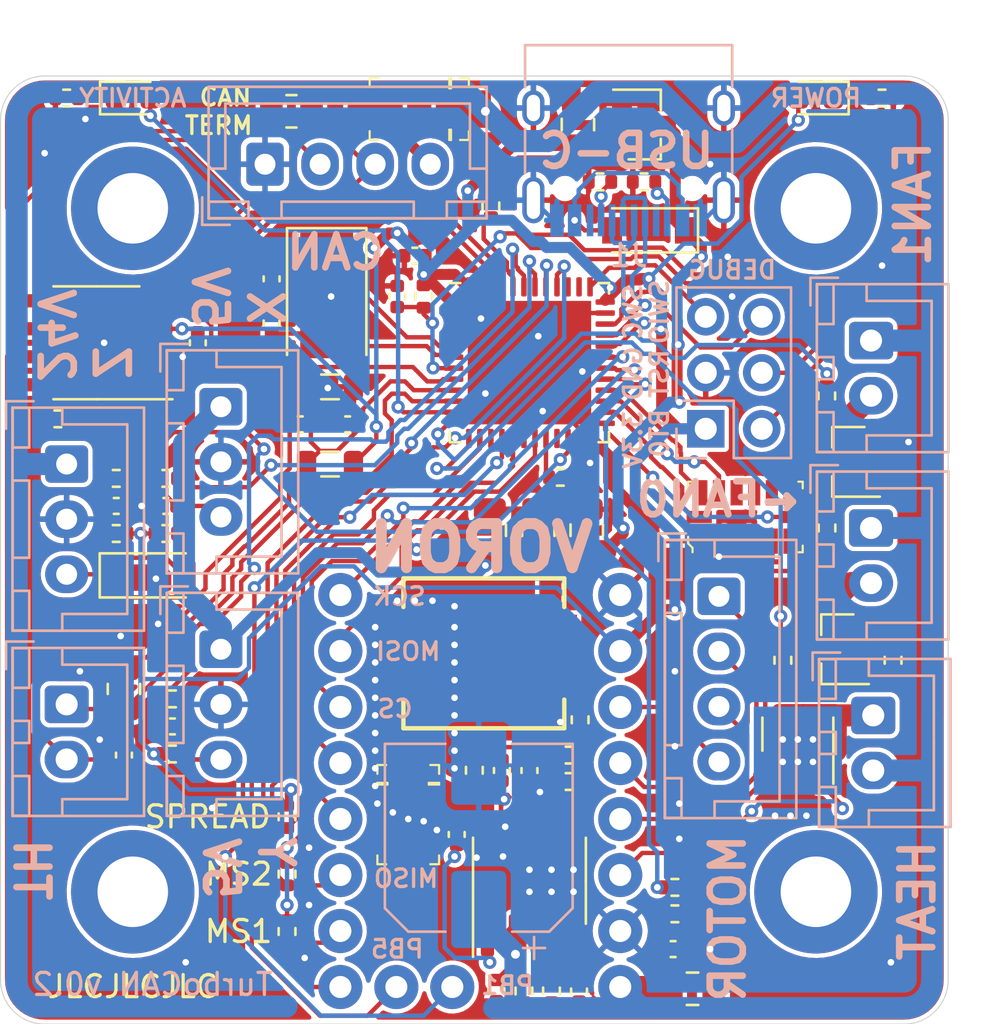
<source format=kicad_pcb>
(kicad_pcb (version 20211014) (generator pcbnew)
  (layers (0 "F.Cu" signal) (31 "B.Cu" signal) (34 "B.Paste" user) (35 "F.Paste" user) (36 "B.SilkS" user "B.Silkscreen") (37 "F.SilkS" user "F.Silkscreen") (38 "B.Mask" user) (39 "F.Mask" user) (44 "Edge.Cuts" user))
  (net 0 "")
  (net 1 "GND")
  (net 2 "+3V3")
  (net 3 "+24V")
  (net 4 "Net-(C6-Pad1)")
  (net 5 "Net-(C7-Pad1)")
  (net 6 "Net-(C8-Pad1)")
  (net 7 "Net-(C9-Pad2)")
  (net 8 "Net-(C10-Pad1)")
  (net 9 "Net-(C11-Pad1)")
  (net 10 "TH0")
  (net 11 "+5V")
  (net 12 "XTAL0")
  (net 13 "NRST")
  (net 14 "XTAL1")
  (net 15 "VDDA")
  (net 16 "Net-(D1-Pad2)")
  (net 17 "Net-(D2-PadA)")
  (net 18 "PROBEZ")
  (net 19 "LED")
  (net 20 "Net-(J1-PadA5)")
  (net 21 "USBDM")
  (net 22 "USBDP")
  (net 23 "Net-(J1-PadB5)")
  (net 24 "Net-(J2-Pad4)")
  (net 25 "Net-(J2-Pad3)")
  (net 26 "Net-(J2-Pad2)")
  (net 27 "Net-(J2-Pad1)")
  (net 28 "SWDIO")
  (net 29 "SWCLK")
  (net 30 "BOOT0")
  (net 31 "CANL")
  (net 32 "CANH")
  (net 33 "Net-(J11-Pad2)")
  (net 34 "Net-(J12-Pad2)")
  (net 35 "Net-(R3-Pad1)")
  (net 36 "Net-(R4-Pad2)")
  (net 37 "Net-(R10-Pad2)")
  (net 38 "ENDSTOPX")
  (net 39 "ENDSTOPY")
  (net 40 "Net-(R14-Pad1)")
  (net 41 "Net-(R15-Pad1)")
  (net 42 "Net-(R16-Pad1)")
  (net 43 "FAN0")
  (net 44 "FAN1")
  (net 45 "HEAT")
  (net 46 "DIAG")
  (net 47 "INDEX")
  (net 48 "EN")
  (net 49 "MISO")
  (net 50 "INT2")
  (net 51 "INT1_TX")
  (net 52 "CS_RX")
  (net 53 "MOSI_STEP")
  (net 54 "SCK_DIR")
  (net 55 "CANRX")
  (net 56 "CANTX")
  (net 57 "BOOT1")
  (net 58 "/SWITCH")
  (net 59 "Net-(D4-Pad1)")
  (net 60 "A_MISO")
  (net 61 "A_MOSI")
  (net 62 "A_SCK")
  (net 63 "A_CS")
  (net 64 "Net-(R11-Pad2)")
  (net 65 "Net-(C20-Pad1)")
  (net 66 "GNDA")
  (net 67 "Net-(J13-Pad1)")
  (net 68 "Net-(R29-Pad2)")
  (net 69 "Net-(D5-Pad1)")
  (net 70 "Net-(D6-Pad1)")
  (footprint "MountingHole:MountingHole_3.2mm_M3_DIN965_Pad" (layer "F.Cu") (at 51 51)
    (fp_text reference "H4" hide)
    (fp_text value "MountingHole" hide)
  )
  (footprint "MountingHole:MountingHole_3.2mm_M3_DIN965_Pad" (layer "F.Cu") (at 51 20)
    (fp_text reference "H3" hide)
    (fp_text value "MountingHole" hide)
  )
  (footprint "MountingHole:MountingHole_3.2mm_M3_DIN965_Pad" (layer "F.Cu") (at 20 51)
    (fp_text reference "H2" hide)
    (fp_text value "MountingHole" hide)
  )
  (footprint "MountingHole:MountingHole_3.2mm_M3_DIN965_Pad" (layer "F.Cu") (at 20 20)
    (fp_text reference "H1" hide)
    (fp_text value "MountingHole" hide)
  )
  (footprint "Diode_SMD:D_SOD-123" (layer "F.Cu") (at 20.75 36.65)
    (fp_text reference "D4" hide)
    (fp_text value "BAT42W" hide)
  )
  (footprint "Capacitor_SMD:C_0402_1005Metric" (layer "F.Cu") (at 21.8 43.5 180)
    (fp_text reference "C11" hide)
    (fp_text value "100nF" hide)
  )
  (footprint "Resistor_SMD:R_0402_1005Metric" (layer "F.Cu") (at 21.8 42.25)
    (fp_text reference "R13" hide)
    (fp_text value "1k" hide)
  )
  (footprint "Resistor_SMD:R_0402_1005Metric" (layer "F.Cu") (at 21.8 44.75)
    (fp_text reference "R8" hide)
    (fp_text value "10k" hide)
  )
  (footprint "Capacitor_SMD:C_0805_2012Metric" (layer "F.Cu") (at 40.2 16.2 90)
    (fp_text reference "C1" hide)
    (fp_text value "10uF" hide)
  )
  (footprint "Capacitor_SMD:C_0402_1005Metric" (layer "F.Cu") (at 44.52 53.6 180)
    (fp_text reference "C2" hide)
    (fp_text value "100nF" hide)
  )
  (footprint "Capacitor_SMD:C_0402_1005Metric" (layer "F.Cu") (at 22.95 26.1 -90)
    (fp_text reference "C3" hide)
    (fp_text value "100nF" hide)
  )
  (footprint "Capacitor_SMD:C_0402_1005Metric" (layer "F.Cu") (at 36.5 55.48 -90)
    (fp_text reference "C4" hide)
    (fp_text value "100nF" hide)
  )
  (footprint "Capacitor_SMD:C_0805_2012Metric" (layer "F.Cu") (at 45.4 55.4)
    (fp_text reference "C5" hide)
    (fp_text value "10uF" hide)
  )
  (footprint "Capacitor_SMD:C_0402_1005Metric" (layer "F.Cu") (at 40.25 55.5 -90)
    (fp_text reference "C6" hide)
    (fp_text value "10nF" hide)
  )
  (footprint "Capacitor_SMD:C_0402_1005Metric" (layer "F.Cu") (at 38 45.5 -90)
    (fp_text reference "C7" hide)
    (fp_text value "1nF" hide)
  )
  (footprint "Capacitor_SMD:C_0402_1005Metric" (layer "F.Cu") (at 36.75 45.5 -90)
    (fp_text reference "C8" hide)
    (fp_text value "1pF" hide)
  )
  (footprint "Capacitor_SMD:C_0402_1005Metric" (layer "F.Cu") (at 34.7 48.4 -90)
    (fp_text reference "C9" hide)
    (fp_text value "100nF" hide)
  )
  (footprint "Capacitor_SMD:C_0402_1005Metric" (layer "F.Cu") (at 21.5 33.5 180)
    (fp_text reference "C10" hide)
    (fp_text value "100nF" hide)
  )
  (footprint "Capacitor_SMD:C_0402_1005Metric" (layer "F.Cu") (at 19.6 44.8 -90)
    (fp_text reference "C12" hide)
    (fp_text value "100nF" hide)
  )
  (footprint "Capacitor_SMD:C_0805_2012Metric" (layer "F.Cu") (at 36.2 34.6 90)
    (fp_text reference "C13" hide)
    (fp_text value "22uF" hide)
  )
  (footprint "Capacitor_SMD:C_0805_2012Metric" (layer "F.Cu") (at 38.4 34.6 90)
    (fp_text reference "C14" hide)
    (fp_text value "22uF" hide)
  )
  (footprint "Capacitor_SMD:C_0805_2012Metric" (layer "F.Cu") (at 40.6 34.6 90)
    (fp_text reference "C15" hide)
    (fp_text value "22uF" hide)
  )
  (footprint "Capacitor_SMD:C_0402_1005Metric" (layer "F.Cu") (at 26.3 23.2 -90)
    (fp_text reference "C16" hide)
    (fp_text value "12pF" hide)
  )
  (footprint "Capacitor_SMD:C_0402_1005Metric" (layer "F.Cu") (at 32 24 90)
    (fp_text reference "C17" hide)
    (fp_text value "100nF" hide)
  )
  (footprint "Capacitor_SMD:C_0402_1005Metric" (layer "F.Cu") (at 26.3 25.2 90)
    (fp_text reference "C18" hide)
    (fp_text value "12pF" hide)
  )
  (footprint "Capacitor_SMD:C_0402_1005Metric" (layer "F.Cu") (at 29.75 29.8 180)
    (fp_text reference "C19" hide)
    (fp_text value "10nF" hide)
  )
  (footprint "digikey-footprints:DO-214AC" (layer "F.Cu") (at 33 15.5 180)
    (fp_text reference "D2" hide)
    (fp_text value "SS54" hide)
  )
  (footprint "digikey-footprints:DO-214AC" (layer "F.Cu") (at 32.5 47.5 -90)
    (fp_text reference "D3" hide)
    (fp_text value "SS54" hide)
  )
  (footprint "LED_SMD:LED_0603_1608Metric" (layer "F.Cu") (at 20 15)
    (fp_text reference "D5" hide)
    (fp_text value "LED_Red" hide)
  )
  (footprint "LED_SMD:LED_0603_1608Metric" (layer "F.Cu") (at 51 15 180)
    (fp_text reference "D6" hide)
    (fp_text value "LED_Green" hide)
  )
  (footprint "KiCAD-Components:L_SMD_7.3x6.8" (layer "F.Cu") (at 35.9 40.15)
    (fp_text reference "L1" hide)
    (fp_text value "6.8uH" hide)
  )
  (footprint "Inductor_SMD:L_0805_2012Metric" (layer "F.Cu") (at 28.95 31.6 180)
    (fp_text reference "L2" hide)
    (fp_text value "Ferrite bead")
  )
  (footprint "Resistor_SMD:R_0402_1005Metric" (layer "F.Cu") (at 41.2 18.8 180)
    (fp_text reference "R1" hide)
    (fp_text value "5.1k" hide)
  )
  (footprint "Resistor_SMD:R_0402_1005Metric" (layer "F.Cu") (at 43.2 18.8 180)
    (fp_text reference "R2" hide)
    (fp_text value "5.1k" hide)
  )
  (footprint "Resistor_SMD:R_0402_1005Metric" (layer "F.Cu") (at 16.6 29.55)
    (fp_text reference "R3" hide)
    (fp_text value "1k" hide)
  )
  (footprint "Resistor_SMD:R_0402_1005Metric" (layer "F.Cu") (at 37.75 55.5 90)
    (fp_text reference "R4" hide)
    (fp_text value "330k" hide)
  )
  (footprint "Resistor_SMD:R_0402_1005Metric" (layer "F.Cu") (at 39 55.5 -90)
    (fp_text reference "R5" hide)
    (fp_text value "68k" hide)
  )
  (footprint "Resistor_SMD:R_0402_1005Metric" (layer "F.Cu") (at 35.5 45.49 90)
    (fp_text reference "R6" hide)
    (fp_text value "68k" hide)
  )
  (footprint "Resistor_SMD:R_0402_1005Metric" (layer "F.Cu") (at 21.5 34.75)
    (fp_text reference "R7" hide)
    (fp_text value "10k" hide)
  )
  (footprint "Resistor_SMD:R_0805_2012Metric" (layer "F.Cu") (at 19.6 41.8 -90)
    (fp_text reference "R9" hide)
    (fp_text value "4.7k")
  )
  (footprint "Resistor_SMD:R_0402_1005Metric" (layer "F.Cu") (at 39.8 46)
    (fp_text reference "R10" hide)
    (fp_text value "10k" hide)
  )
  (footprint "Resistor_SMD:R_0402_1005Metric" (layer "F.Cu") (at 39.8 44.8 180)
    (fp_text reference "R11" hide)
    (fp_text value "1.2k" hide)
  )
  (footprint "Resistor_SMD:R_0402_1005Metric" (layer "F.Cu") (at 21.5 32.25 180)
    (fp_text reference "R12" hide)
    (fp_text value "1k" hide)
  )
  (footprint "Resistor_SMD:R_0402_1005Metric" (layer "F.Cu") (at 54.5 40.5 90)
    (fp_text reference "R15" hide)
    (fp_text value "10k" hide)
  )
  (footprint "Resistor_SMD:R_0402_1005Metric" (layer "F.Cu") (at 44.6 52 180)
    (fp_text reference "R16" hide)
    (fp_text value "10k" hide)
  )
  (footprint "Resistor_SMD:R_0402_1005Metric" (layer "F.Cu") (at 51.49 28.51 -90)
    (fp_text reference "R17" hide)
    (fp_text value "100" hide)
  )
  (footprint "Resistor_SMD:R_0402_1005Metric" (layer "F.Cu") (at 49.5 40.5 -90)
    (fp_text reference "R18" hide)
    (fp_text value "100" hide)
  )
  (footprint "Resistor_SMD:R_0402_1005Metric" (layer "F.Cu") (at 44.6 50.8)
    (fp_text reference "R19" hide)
    (fp_text value "100" hide)
  )
  (footprint "Resistor_SMD:R_0402_1005Metric" (layer "F.Cu") (at 33.2 24 -90)
    (fp_text reference "R20" hide)
    (fp_text value "10k" hide)
  )
  (footprint "Resistor_SMD:R_0402_1005Metric" (layer "F.Cu") (at 36.25 19.89 90)
    (fp_text reference "R21" hide)
    (fp_text value "10k" hide)
  )
  (footprint "Resistor_SMD:R_0402_1005Metric" (layer "F.Cu") (at 39.4 32.2)
    (fp_text reference "R22" hide)
    (fp_text value "10k" hide)
  )
  (footprint "Resistor_SMD:R_0402_1005Metric" (layer "F.Cu") (at 17 15 180)
    (fp_text reference "R23" hide)
    (fp_text value "1k" hide)
  )
  (footprint "Resistor_SMD:R_0402_1005Metric" (layer "F.Cu") (at 54 15)
    (fp_text reference "R24" hide)
    (fp_text value "1k" hide)
  )
  (footprint "Package_TO_SOT_SMD:SOT-23" (layer "F.Cu") (at 43.2 16.2)
    (fp_text reference "U1" hide)
    (fp_text value "AP2127N-3.3" hide)
  )
  (footprint "Package_SO:SOIC-8_3.9x4.9mm_P1.27mm" (layer "F.Cu") (at 18.35 26.1 180)
    (fp_text reference "U3" hide)
    (fp_text value "SN65HVD230" hide)
  )
  (footprint "Package_TO_SOT_SMD:SOT-23" (layer "F.Cu") (at 52.5 31.5 180)
    (fp_text reference "U5" hide)
    (fp_text value "AO3400A" hide)
  )
  (footprint "Package_TO_SOT_SMD:SOT-23" (layer "F.Cu") (at 52 40 180)
    (fp_text reference "U6" hide)
    (fp_text value "AO3400A" hide)
  )
  (footprint "Package_DFN_QFN:QFN-48-1EP_7x7mm_P0.5mm_EP5.6x5.6mm" (layer "F.Cu") (at 38 27)
    (fp_text reference "U8" hide)
    (fp_text value "STM32F072CBUx" hide)
  )
  (footprint "Crystal:Crystal_SMD_5032-2Pin_5.0x3.2mm" (layer "F.Cu") (at 28.8 23.95 -90)
    (fp_text reference "Y1" hide)
    (fp_text value "Crystal" hide)
  )
  (footprint "Resistor_SMD:R_0402_1005Metric" (layer "F.Cu") (at 51.5 34.5 -90)
    (fp_text reference "R14" hide)
    (fp_text value "10k" hide)
  )
  (footprint "digikey-footprints:LGA-14_3x5mm_RevA" (layer "F.Cu") (at 47.8 34)
    (fp_text reference "U9" hide)
    (fp_text value "ADXL345BCCZ" hide)
  )
  (footprint "Diode_SMD:D_SOD-123" (layer "F.Cu") (at 43.4 21 180)
    (fp_text reference "D1" hide)
    (fp_text value "BAT42W-V" hide)
  )
  (footprint "Resistor_SMD:R_0402_1005Metric" (layer "F.Cu") (at 40.3 43.2 90)
    (fp_text reference "R25" hide)
    (fp_text value "680" hide)
  )
  (footprint "Resistor_SMD:R_0805_2012Metric" (layer "F.Cu") (at 27.2 15.6)
    (fp_text reference "R26" hide)
    (fp_text value "120Ohm")
  )
  (footprint "Capacitor_SMD:C_0402_1005Metric" (layer "F.Cu") (at 19.25 33.5)
    (fp_text reference "C20" hide)
    (fp_text value "100nF")
  )
  (footprint "Resistor_SMD:R_0402_1005Metric" (layer "F.Cu") (at 19.25 34.75 180)
    (fp_text reference "R27" hide)
    (fp_text value "10k")
  )
  (footprint "Resistor_SMD:R_0402_1005Metric" (layer "F.Cu") (at 19.25 32.25 180)
    (fp_text reference "R28" hide)
    (fp_text value "1k")
  )
  (footprint "Capacitor_SMD:C_0402_1005Metric" (layer "F.Cu") (at 32.8 22.15)
    (fp_text reference "C22" hide)
    (fp_text value "100nF")
  )
  (footprint "Capacitor_SMD:C_0402_1005Metric" (layer "F.Cu") (at 27.6 29.8 180)
    (fp_text reference "C23" hide)
    (fp_text value "1uF")
  )
  (footprint "Inductor_SMD:L_0805_2012Metric" (layer "F.Cu") (at 28.95 28.1 180)
    (fp_text reference "L3" hide)
    (fp_text value "Ferrite bead")
  )
  (footprint "Resistor_SMD:R_0402_1005Metric" (layer "F.Cu") (at 27 52.8 -90)
    (fp_text reference "R29" hide)
    (fp_text value "DNP")
  )
  (footprint "Resistor_SMD:R_0402_1005Metric" (layer "F.Cu") (at 27 50.2 -90)
    (fp_text reference "R30" hide)
    (fp_text value "DNP")
  )
  (footprint "Resistor_SMD:R_0402_1005Metric" (layer "F.Cu") (at 27 47.6 -90)
    (fp_text reference "R31" hide)
    (fp_text value "DNP")
  )
  (footprint "Package_SO:SOIC-8_3.9x4.9mm_P1.27mm" (layer "F.Cu") (at 38 50.5 90)
    (fp_text reference "U4" hide)
    (fp_text value "TPS54331" hide)
  )
  (footprint "turbocan:DFN-8-1EP_3x3mm_P0.65mm_EP1.7x2.05mm_Thermal_Pad" (layer "F.Cu") (at 50.18 44.6 90)
    (fp_text reference "U7" hide)
    (fp_text value "AON7400A")
  )
  (footprint "Connector_JST:JST_XH_B4B-XH-A_1x04_P2.50mm_Vertical" (layer "B.Cu") (at 46.6 37.6 -90)
    (fp_text reference "J2" hide)
    (fp_text value "STEPPER" hide)
  )
  (footprint "Connector_JST:JST_XH_B3B-XH-A_1x03_P2.50mm_Vertical" (layer "B.Cu") (at 24 29 -90)
    (fp_text reference "J7" hide)
    (fp_text value "ENDSTOPX" hide)
  )
  (footprint "Connector_JST:JST_XH_B3B-XH-A_1x03_P2.50mm_Vertical" (layer "B.Cu") (at 24 40 -90)
    (fp_text reference "J8" hide)
    (fp_text value "ENDSTOPY" hide)
  )
  (footprint "Connector_JST:JST_XH_B2B-XH-A_1x02_P2.50mm_Vertical" (layer "B.Cu") (at 17 42.5 -90)
    (fp_text reference "J9" hide)
    (fp_text value "TH0" hide)
  )
  (footprint "Connector_JST:JST_XH_B4B-XH-A_1x04_P2.50mm_Vertical" (layer "B.Cu") (at 26 18)
    (fp_text reference "J10" hide)
    (fp_text value "CAN_PORT" hide)
  )
  (footprint "Connector_JST:JST_XH_B2B-XH-A_1x02_P2.50mm_Vertical" (layer "B.Cu") (at 53.5 26 -90)
    (fp_text reference "J11" hide)
    (fp_text value "FAN0" hide)
  )
  (footprint "Connector_JST:JST_XH_B2B-XH-A_1x02_P2.50mm_Vertical" (layer "B.Cu") (at 53.5 34.5 -90)
    (fp_text reference "J12" hide)
    (fp_text value "FAN1" hide)
  )
  (footprint "Connector_JST:JST_XH_B2B-XH-A_1x02_P2.50mm_Vertical" (layer "B.Cu") (at 53.6 43 -90)
    (fp_text reference "J13" hide)
    (fp_text value "HEAT")
  )
  (footprint "Connector_JST:JST_XH_B3B-XH-A_1x03_P2.50mm_Vertical" (layer "B.Cu") (at 17 31.6 -90)
    (fp_text reference "J14" hide)
    (fp_text value "PROBE" hide)
  )
  (footprint "user:TMC2209StepStick" (layer "B.Cu") (at 34.5 35 180)
    (fp_text reference "U2" hide)
    (fp_text value "TMC2209StepStick" hide)
  )
  (footprint "Connector_PinHeader_2.54mm:PinHeader_2x03_P2.54mm_Vertical" (layer "B.Cu") (at 46 30)
    (fp_text reference "J5" hide)
    (fp_text value "DEBUG" hide)
  )
  (footprint "Connector_USB:USB_C_Receptacle_HRO_TYPE-C-31-M-12" (layer "B.Cu") (at 42.5 16.5)
    (fp_text reference "J1")
    (fp_text value "USB_C_Receptacle_USB2.0")
  )
  (footprint "Capacitor_SMD:CP_Elec_8x10" (layer "B.Cu") (at 35.7 48.55 90)
    (fp_text reference "C21" hide)
    (fp_text value "100uF")
  )
  (gr_arc (start 16 57) (mid 14.585786 56.414214) (end 14 55) (layer "Edge.Cuts") (width 0.05))
  (gr_arc (start 57 55) (mid 56.414214 56.414214) (end 55 57) (layer "Edge.Cuts") (width 0.05))
  (gr_arc (start 55 14) (mid 56.414214 14.585786) (end 57 16) (layer "Edge.Cuts") (width 0.05))
  (gr_arc (start 14 16) (mid 14.585786 14.585786) (end 16 14) (layer "Edge.Cuts") (width 0.05))
  (gr_line (start 14 55) (end 14 16) (layer "Edge.Cuts") (width 0.05))
  (gr_line (start 55 57) (end 16 57) (layer "Edge.Cuts") (width 0.05))
  (gr_line (start 57 16) (end 57 55) (layer "Edge.Cuts") (width 0.05))
  (gr_line (start 16 14) (end 55 14) (layer "Edge.Cuts") (width 0.05))
  (gr_text "TH" (at 15.4 50 -90) (layer "B.SilkS") (effects (font (size 1.5 1.5) (thickness 0.3)) (justify mirror)))
  (gr_text "←FAN0" (at 46.6 33.2) (layer "B.SilkS") (effects (font (size 1.5 1.5) (thickness 0.3)) (justify mirror)))
  (gr_text "Z" (at 19 27 -90) (layer "B.SilkS") (effects (font (size 1.5 1.5) (thickness 0.3)) (justify mirror)))
  (gr_text "CAN" (at 29.2 22) (layer "B.SilkS") (effects (font (size 1.5 1.5) (thickness 0.3)) (justify mirror)))
  (gr_text "USB-C" (at 42.4 17.4) (layer "B.SilkS") (effects (font (size 1.5 1.5) (thickness 0.3)) (justify mirror)))
  (gr_text "BT0" (at 43.9 30.2 90) (layer "B.SilkS") (effects (font (size 0.8 0.8)) (justify mirror)))
  (gr_text "DEBUG" (at 47.2 22.8) (layer "B.SilkS") (effects (font (size 0.8 0.8)) (justify mirror)))
  (gr_text "PB5" (at 32 53.6) (layer "B.SilkS") (effects (font (size 0.8 0.8)) (justify mirror)))
  (gr_text "PB1" (at 37 55.25) (layer "B.SilkS") (effects (font (size 0.8 0.8)) (justify mirror)))
  (gr_text "24V" (at 16.5 23.5 -90) (layer "B.SilkS") (effects (font (size 1.5 1.5) (thickness 0.3)) (justify right mirror)))
  (gr_text "5V" (at 24 51.5 -90) (layer "B.SilkS") (effects (font (size 1.5 1.5) (thickness 0.3)) (justify left mirror)))
  (gr_text "MOSI" (at 32.5 40.1) (layer "B.SilkS") (effects (font (size 0.8 0.8)) (justify mirror)))
  (gr_text "VORON" (at 35.8 35.4) (layer "B.SilkS") (effects (font (size 2 2) (thickness 0.5)) (justify mirror)))
  (gr_text "MOTOR" (at 47 52.2 90) (layer "B.SilkS") (effects (font (size 1.5 1.5) (thickness 0.3)) (justify mirror)))
  (gr_text "POWER" (at 51 15) (layer "B.SilkS") (effects (font (size 0.8 0.8)) (justify mirror)))
  (gr_text "HEAT" (at 55.6 51.4 90) (layer "B.SilkS") (effects (font (size 1.5 1.5) (thickness 0.3)) (justify mirror)))
  (gr_text "5V" (at 23.5 22.5 -90) (layer "B.SilkS") (effects (font (size 1.5 1.5) (thickness 0.3)) (justify right mirror)))
  (gr_text "3.3V" (at 42.7 30.5 90) (layer "B.SilkS") (effects (font (size 0.8 0.8)) (justify mirror)))
  (gr_text "MISO" (at 32.4 50.4) (layer "B.SilkS") (effects (font (size 0.8 0.8)) (justify mirror)))
  (gr_text "CS" (at 31.9 42.7) (layer "B.SilkS") (effects (font (size 0.8 0.8)) (justify mirror)))
  (gr_text "SWIO" (at 43.9 24.7 90) (layer "B.SilkS") (effects (font (size 0.8 0.8)) (justify mirror)))
  (gr_text "ACTIVITY" (at 20 15) (layer "B.SilkS") (effects (font (size 0.8 0.8)) (justify mirror)))
  (gr_text "X" (at 26 24.5 -90) (layer "B.SilkS") (effects (font (size 1.5 1.5) (thickness 0.3)) (justify mirror)))
  (gr_text "GND" (at 42.7 27.5 90) (layer "B.SilkS") (effects (font (size 0.8 0.8)) (justify mirror)))
  (gr_text "SWC" (at 42.7 24.7 90) (layer "B.SilkS") (effects (font (size 0.8 0.8)) (justify mirror)))
  (gr_text "TurboCAN v0.2" (at 20.9 55.2) (layer "B.SilkS") (effects (font (size 1 1)) (justify mirror)))
  (gr_text "Y" (at 26.5 49.2 270) (layer "B.SilkS") (effects (font (size 1.5 1.5) (thickness 0.3)) (justify mirror)))
  (gr_text "SCK" (at 32.1 37.6) (layer "B.SilkS") (effects (font (size 0.8 0.8)) (justify mirror)))
  (gr_text "FAN1" (at 55.4 19.8 90) (layer "B.SilkS") (effects (font (size 1.5 1.5) (thickness 0.3)) (justify mirror)))
  (gr_text "RST" (at 43.9 27.5 90) (layer "B.SilkS") (effects (font (size 0.8 0.8)) (justify mirror)))
  (gr_text "SPREAD" (at 23.4 47.6) (layer "F.SilkS") (effects (font (size 1 1))))
  (gr_text "MS2" (at 24.8 50.2) (layer "F.SilkS") (effects (font (size 1 1))))
  (gr_text " CAN\nTERM" (at 23.9 15.6) (layer "F.SilkS") (effects (font (size 0.8 0.8))))
  (gr_text "JLCJLCJLC" (at 20 55.3) (layer "F.SilkS") (effects (font (size 1 1))))
  (gr_text "MS1" (at 24.8 52.8) (layer "F.SilkS") (effects (font (size 1 1))))
  (segment (start 22.265 26.735) (end 22.795 26.735) (width 0.2) (layer "F.Cu") (net 1))
  (segment (start 38.475 46.475) (end 38.6 46.6) (width 0.2) (layer "F.Cu") (net 1))
  (segment (start 55.25 30.55) (end 55.2 30.6) (width 0.2) (layer "F.Cu") (net 1))
  (segment (start 49.844 46.669) (end 49.784 46.609) (width 0.2) (layer "F.Cu") (net 1))
  (segment (start 38 45.98) (end 38 46) (width 0.2) (layer "F.Cu") (net 1))
  (segment (start 40.25 24.75) (end 38 27) (width 0.2) (layer "F.Cu") (net 1))
  (segment (start 35.75 23.5625) (end 35.75 24.75) (width 0.2) (layer "F.Cu") (net 1))
  (segment (start 56 30.55) (end 55.25 30.55) (width 0.2) (layer "F.Cu") (net 1))
  (segment (start 50.569 47.175) (end 50.569 46.759) (width 0.2) (layer "F.Cu") (net 1))
  (segment (start 49.784 46.609) (end 49.149 46.609) (width 0.5) (layer "F.Cu") (net 1))
  (segment (start 19.73 33.5) (end 20.4 33.5) (width 0.2) (layer "F.Cu") (net 1))
  (segment (start 35.75 24.75) (end 38 27) (width 0.2) (layer "F.Cu") (net 1))
  (segment (start 50.569 47.175) (end 50.569 46.505) (width 0.5) (layer "F.Cu") (net 1))
  (segment (start 40.25 29.987332) (end 38 27.737332) (width 0.2) (layer "F.Cu") (net 1))
  (segment (start 32.93001 21.53999) (end 34.33999 21.53999) (width 0.2) (layer "F.Cu") (net 1))
  (segment (start 50.419 46.609) (end 49.784 46.609) (width 0.5) (layer "F.Cu") (net 1))
  (segment (start 40.25 31.86) (end 39.91 32.2) (width 0.2) (layer "F.Cu") (net 1))
  (segment (start 38 46) (end 38.475 46.475) (width 0.2) (layer "F.Cu") (net 1))
  (segment (start 50.569 46.759) (end 50.419 46.609) (width 0.2) (layer "F.Cu") (net 1))
  (segment (start 44.09 52) (end 44 52) (width 0.2) (layer "F.Cu") (net 1))
  (segment (start 38 27.737332) (end 38 27) (width 0.2) (layer "F.Cu") (net 1))
  (segment (start 40.25 30.4375) (end 40.25 29.987332) (width 0.2) (layer "F.Cu") (net 1))
  (segment (start 50.569 46.505) (end 50.546 46.482) (width 0.2) (layer "F.Cu") (net 1))
  (segment (start 34.33999 21.53999) (end 35.75 22.95) (width 0.2) (layer "F.Cu") (net 1))
  (segment (start 20.825 26.735) (end 22.265 26.735) (width 0.2) (layer "F.Cu") (net 1))
  (segment (start 21.02 33.5) (end 20.4 33.5) (width 0.2) (layer "F.Cu") (net 1))
  (segment (start 49.149 46.609) (end 49.149 47.17) (width 0.5) (layer "F.Cu") (net 1))
  (segment (start 41.4375 24.75) (end 40.25 24.75) (width 0.2) (layer "F.Cu") (net 1))
  (segment (start 32.32 22.15) (end 32.93001 21.53999) (width 0.2) (layer "F.Cu") (net 1))
  (segment (start 40.25 30.4375) (end 40.25 31.86) (width 0.2) (layer "F.Cu") (net 1))
  (segment (start 49.844 47.175) (end 49.844 46.669) (width 0.5) (layer "F.Cu") (net 1))
  (segment (start 22.795 26.735) (end 22.95 26.58) (width 0.2) (layer "F.Cu") (net 1))
  (segment (start 49.149 47.545) (end 49.144 47.55) (width 0.2) (layer "F.Cu") (net 1))
  (segment (start 35.75 22.95) (end 35.75 23.5625) (width 0.2) (layer "F.Cu") (net 1))
  (via (at 49.144 47.55) (size 0.6) (drill 0.3) (layers "F.Cu" "B.Cu") (net 1))
  (via (at 39.4 43.3) (size 0.6) (drill 0.3) (layers "F.Cu" "B.Cu") (net 1))
  (via (at 34.6 42.2) (size 0.6) (drill 0.3) (layers "F.Cu" "B.Cu") (net 1))
  (via (at 31 46.2) (size 0.6) (drill 0.3) (layers "F.Cu" "B.Cu") (net 1))
  (via (at 34.6 43) (size 0.6) (drill 0.3) (layers "F.Cu" "B.Cu") (net 1))
  (via (at 40 51) (size 0.6) (drill 0.3) (layers "F.Cu" "B.Cu") (net 1))
  (via (at 21.15 38.85) (size 0.6) (drill 0.3) (layers "F.Cu" "B.Cu") (net 1))
  (via (at 31 40.6) (size 0.6) (drill 0.3) (layers "F.Cu" "B.Cu") (net 1))
  (via (at 46.2 53.6) (size 0.6) (drill 0.3) (layers "F.Cu" "B.Cu") (net 1))
  (via (at 44.8 47) (size 0.6) (drill 0.3) (layers "F.Cu" "B.Cu") (net 1))
  (via (at 31 43) (size 0.6) (drill 0.3) (layers "F.Cu" "B.Cu") (net 1))
  (via (at 49.844 47.55) (size 0.6) (drill 0.3) (layers "F.Cu" "B.Cu") (net 1))
  (via (at 34.6 39.8) (size 0.6) (drill 0.3) (layers "F.Cu" "B.Cu") (net 1))
  (via (at 40.75 31.55) (size 0.6) (drill 0.3) (layers "F.Cu" "B.Cu") (net 1))
  (via (at 31 39) (size 0.6) (drill 0.3) (layers "F.Cu" "B.Cu") (net 1))
  (via (at 50.569 47.55) (size 0.6) (drill 0.3) (layers "F.Cu" "B.Cu") (net 1))
  (via (at 31 45.4) (size 0.6) (drill 0.3) (layers "F.Cu" "B.Cu") (net 1))
  (via (at 22.265 26.735) (size 0.6) (drill 0.3) (layers "F.Cu" "B.Cu") (net 1))
  (via (at 47 22.2) (size 0.6) (drill 0.3) (layers "F.Cu" "B.Cu") (net 1))
  (via (at 44.8 48.6) (size 0.6) (drill 0.3) (layers "F.Cu" "B.Cu") (net 1))
  (via (at 16 17.5) (size 0.6) (drill 0.3) (layers "F.Cu" "B.Cu") (net 1))
  (via (at 31 42.2) (size 0.6) (drill 0.3) (layers "F.Cu" "B.Cu") (net 1))
  (via (at 22.4 54.2) (size 0.6) (drill 0.3) (layers "F.Cu" "B.Cu") (net 1))
  (via (at 39 51) (size 0.6) (drill 0.3) (layers "F.Cu" "B.Cu") (net 1))
  (via (at 20.4 33.5) (size 0.6) (drill 0.3) (layers "F.Cu" "B.Cu") (net 1))
  (via (at 35.6 49.45) (size 0.6) (drill 0.3) (layers "F.Cu" "B.Cu") (net 1))
  (via (at 23.6 47.2) (size 0.6) (drill 0.3) (layers "F.Cu" "B.Cu") (net 1))
  (via (at 40.4 27.4) (size 0.6) (drill 0.3) (layers "F.Cu" "B.Cu") (net 1))
  (via (at 31.1 47) (size 0.6) (drill 0.3) (layers "F.Cu" "B.Cu") (net 1))
  (via (at 31 43.8) (size 0.6) (drill 0.3) (layers "F.Cu" "B.Cu") (net 1))
  (via (at 38.6 29.2) (size 0.6) (drill 0.3) (layers "F.Cu" "B.Cu") (net 1))
  (via (at 18.7 26.1) (size 0.6) (drill 0.3) (layers "F.Cu" "B.Cu") (net 1))
  (via (at 19.45 39.4) (size 0.6) (drill 0.3) (layers "F.Cu" "B.Cu") (net 1))
  (via (at 32.8 37.8) (size 0.6) (drill 0.3) (layers "F.Cu" "B.Cu") (net 1))
  (via (at 40 50) (size 0.6) (drill 0.3) (layers "F.Cu" "B.Cu") (net 1))
  (via (at 28 49) (size 0.6) (drill 0.3) (layers "F.Cu" "B.Cu") (net 1))
  (via (at 34.6 40.6) (size 0.6) (drill 0.3) (layers "F.Cu" "B.Cu") (net 1))
  (via (at 34.6 45.4) (size 0.6) (drill 0.3) (layers "F.Cu" "B.Cu") (net 1))
  (via (at 36 28.4) (size 0.6) (drill 0.3) (layers "F.Cu" "B.Cu") (net 1))
  (via (at 17.85 15.95) (size 0.6) (drill 0.3) (layers "F.Cu" "B.Cu") (net 1))
  (via (at 38 51) (size 0.6) (drill 0.3) (layers "F.Cu" "B.Cu") (net 1))
  (via (at 38.475 46.475) (size 0.6) (drill 0.3) (layers "F.Cu" "B.Cu") (net 1))
  (via (at 39 50) (size 0.6) (drill 0.3) (layers "F.Cu" "B.Cu") (net 1))
  (via (at 27.8 54) (size 0.6) (drill 0.3) (layers "F.Cu" "B.Cu") (net 1))
  (via (at 44.6 41) (size 0.6) (drill 0.3) (layers "F.Cu" "B.Cu") (net 1))
  (via (at 34.6 41.4) (size 0.6) (drill 0.3) (layers "F.Cu" "B.Cu") (net 1))
  (via (at 46.2 18) (size 0.6) (drill 0.3) (layers "F.Cu" "B.Cu") (net 1))
  (via (at 18.5 44.1) (size 0.6) (drill 0.3) (layers "F.Cu" "B.Cu") (net 1))
  (via (at 54.4 54.2) (size 0.6) (drill 0.3) (layers "F.Cu" "B.Cu") (net 1))
  (via (at 33.8 48.2) (size 0.6) (drill 0.3) (layers "F.Cu" "B.Cu") (net 1))
  (via (at 17.6 41) (size 0.6) (drill 0.3) (layers "F.Cu" "B.Cu") (net 1))
  (via (at 34.6 38.05) (size 0.6) (drill 0.3) (layers "F.Cu" "B.Cu") (net 1))
  (via (at 55.2 30.6) (size 0.6) (drill 0.3) (layers "F.Cu" "B.Cu") (net 1))
  (via (at 47.2 24) (size 0.6) (drill 0.3) (layers "F.Cu" "B.Cu") (net 1))
  (via (at 38 50) (size 0.6) (drill 0.3) (layers "F.Cu" "B.Cu") (net 1))
  (via (at 31 44.6) (size 0.6) (drill 0.3) (layers "F.Cu" "B.Cu") (net 1))
  (via (at 46.6 35.8) (size 0.6) (drill 0.3) (layers "F.Cu" "B.Cu") (net 1))
  (via (at 54 22.6) (size 0.6) (drill 0.3) (layers "F.Cu" "B.Cu") (net 1))
  (via (at 34.6 39) (size 0.6) (drill 0.3) (layers "F.Cu" "B.Cu") (net 1))
  (via (at 35.8 25) (size 0.6) (drill 0.3) (layers "F.Cu" "B.Cu") (net 1))
  (via (at 32.5 47.7) (size 0.6) (drill 0.3) (layers "F.Cu" "B.Cu") (net 1))
  (via (at 36.8 49.4) (size 0.6) (drill 0.3) (layers "F.Cu" "B.Cu") (net 1))
  (via (at 31 39.8) (size 0.6) (drill 0.3) (layers "F.Cu" "B.Cu") (net 1))
  (via (at 34.6 43.8) (size 0.6) (drill 0.3) (layers "F.Cu" "B.Cu") (net 1))
  (via (at 32 37.8) (size 0.6) (drill 0.3) (layers "F.Cu" "B.Cu") (net 1))
  (via (at 36.85 46.8) (size 0.6) (drill 0.3) (layers "F.Cu" "B.Cu") (net 1))
  (via (at 21.05 36.8) (size 0.6) (drill 0.3) (layers "F.Cu" "B.Cu") (net 1))
  (via (at 29 24) (size 0.6) (drill 0.3) (layers "F.Cu" "B.Cu") (net 1))
  (via (at 31 41.4) (size 0.6) (drill 0.3) (layers "F.Cu" "B.Cu") (net 1))
  (via (at 33.6 37.8) (size 0.6) (drill 0.3) (layers "F.Cu" "B.Cu") (net 1))
  (via (at 33.2 47.8) (size 0.6) (drill 0.3) (layers "F.Cu" "B.Cu") (net 1))
  (via (at 38.4 25.8) (size 0.6) (drill 0.3) (layers "F.Cu" "B.Cu") (net 1))
  (via (at 44.6 44.4) (size 0.6) (drill 0.3) (layers "F.Cu" "B.Cu") (net 1))
  (via (at 28.85 28.15) (size 0.6) (drill 0.3) (layers "F.Cu" "B.Cu") (net 1))
  (via (at 28 51.6) (size 0.6) (drill 0.3) (layers "F.Cu" "B.Cu") (net 1))
  (via (at 36.9 48.05) (size 0.6) (drill 0.3) (layers "F.Cu" "B.Cu") (net 1))
  (via (at 34.6 44.6) (size 0.6) (drill 0.3) (layers "F.Cu" "B.Cu") (net 1))
  (via (at 31.8 47.4) (size 0.6) (drill 0.3) (layers "F.Cu" "B.Cu") (net 1))
  (segment (start 45.75 20.545) (end 45.905 20.545) (width 0.2) (layer "B.Cu") (net 1))
  (segment (start 45.905 20.545) (end 46.82 19.63) (width 0.2) (layer "B.Cu") (net 1))
  (segment (start 39.095 20.545) (end 38.18 19.63) (width 0.2) (layer "B.Cu") (net 1))
  (segment (start 39.25 20.545) (end 39.095 20.545) (width 0.2) (layer "B.Cu") (net 1))
  (segment (start 22.235 25.465) (end 22.795 25.465) (width 0.2) (layer "F.Cu") (net 2))
  (segment (start 27 49) (end 27.000003 48.999997) (width 0.2) (layer "F.Cu") (net 2))
  (segment (start 49.75001 36.44999) (end 49.8 36.4) (width 0.2) (layer "F.Cu") (net 2))
  (segment (start 46 30) (end 44.743532 30) (width 0.5) (layer "F.Cu") (net 2))
  (segment (start 43.649999 38.550001) (end 43.649999 35.049999) (width 0.5) (layer "F.Cu") (net 2))
  (segment (start 33.2 23) (end 34.37499 24.17499) (width 0.5) (layer "F.Cu") (net 2))
  (segment (start 31.616184 21.12) (end 32.000012 21.12) (width 0.5) (layer "F.Cu") (net 2))
  (segment (start 34.61249 23) (end 35.17499 23.5625) (width 0.5) (layer "F.Cu") (net 2))
  (segment (start 45.8 35.0975) (end 43.6975 35.0975) (width 0.2) (layer "F.Cu") (net 2))
  (segment (start 42.2 17.15) (end 40.2 17.15) (width 0.5) (layer "F.Cu") (net 2))
  (segment (start 33.2 23) (end 34.35 23) (width 0.5) (layer "F.Cu") (net 2))
  (segment (start 27 47.09) (end 27 46.54251) (width 0.2) (layer "F.Cu") (net 2))
  (segment (start 33.2 23) (end 33.2 23.49) (width 0.2) (layer "F.Cu") (net 2))
  (segment (start 19.76 34.75) (end 20.35 34.75) (width 0.2) (layer "F.Cu") (net 2))
  (segment (start 42.362456 23.250034) (end 42.999201 23.250034) (width 0.5) (layer "F.Cu") (net 2))
  (segment (start 46 30) (end 46.2 30.2) (width 0.5) (layer "F.Cu") (net 2))
  (segment (start 30.0125 31.6) (end 31.050797 30.561703) (width 0.2) (layer "F.Cu") (net 2))
  (segment (start 33.28 22.92) (end 33.2 23) (width 0.2) (layer "F.Cu") (net 2))
  (segment (start 34.37499 24.17499) (end 34.5625 24.17499) (width 0.5) (layer "F.Cu") (net 2))
  (segment (start 30.94134 21.794844) (end 31.616184 21.12) (width 0.5) (layer "F.Cu") (net 2))
  (segment (start 45.8 35.0975) (end 45.8 36.44999) (width 0.2) (layer "F.Cu") (net 2))
  (segment (start 40.2 17.15) (end 37.25 17.15) (width 0.5) (layer "F.Cu") (net 2))
  (segment (start 44.743532 30) (end 43.999988 29.256456) (width 0.5) (layer "F.Cu") (net 2))
  (segment (start 27 46.54251) (end 27.179104 46.363406) (width 0.2) (layer "F.Cu") (net 2))
  (segment (start 27 49.69) (end 27 49) (width 0.2) (layer "F.Cu") (net 2))
  (segment (start 33.28 22.15) (end 33.28 22.92) (width 0.2) (layer "F.Cu") (net 2))
  (segment (start 37.25 17.15) (end 35.2 19.2) (width 0.5) (layer "F.Cu") (net 2))
  (segment (start 41.4375 24.17499) (end 42.362456 23.250034) (width 0.5) (layer "F.Cu") (net 2))
  (segment (start 44 38.2) (end 42.12 40.08) (width 0.5) (layer "F.Cu") (net 2))
  (segment (start 42.12 40.08) (end 43.649999 38.550001) (width 0.5) (layer "F.Cu") (net 2))
  (segment (start 43.06443 23.184805) (end 43.417951 23.184805) (width 0.5) (layer "F.Cu") (net 2))
  (segment (start 43.649999 34.449999) (end 41.593755 32.393755) (width 0.5) (layer "F.Cu") (net 2))
  (segment (start 41.593755 31.206245) (end 40.82501 30.4375) (width 0.5) (layer "F.Cu") (net 2))
  (segment (start 41.593755 32.393755) (end 41.593755 31.206245) (width 0.5) (layer "F.Cu") (net 2))
  (segment (start 43.6975 35.0975) (end 43.649999 35.049999) (width 0.2) (layer "F.Cu") (net 2))
  (segment (start 34.35 23) (end 34.61249 23) (width 0.5) (layer "F.Cu") (net 2))
  (segment (start 50.2 16) (end 50.2 15.0125) (width 0.2) (layer "F.Cu") (net 2))
  (segment (start 43.999988 25.508723) (end 43.963658 25.472393) (width 0.5) (layer "F.Cu") (net 2))
  (segment (start 45.8 36.44999) (end 49.75001 36.44999) (width 0.2) (layer "F.Cu") (net 2))
  (segment (start 42.999201 23.250034) (end 43.06443 23.184805) (width 0.5) (layer "F.Cu") (net 2))
  (segment (start 44.6 38.2) (end 44 38.2) (width 0.5) (layer "F.Cu") (net 2))
  (segment (start 20.825 25.465) (end 22.235 25.465) (width 0.2) (layer "F.Cu") (net 2))
  (segment (start 50.2 15.0125) (end 50.2125 15) (width 0.2) (layer "F.Cu") (net 2))
  (segment (start 43.649999 35.049999) (end 43.649999 34.449999) (width 0.5) (layer "F.Cu") (net 2))
  (segment (start 21.29 44.75) (end 20.94999 44.75) (width 0.2) (layer "F.Cu") (net 2))
  (segment (start 49.8 36.4) (end 49.8 35.0975) (width 0.2) (layer "F.Cu") (net 2))
  (segment (start 22.795 25.465) (end 22.95 25.62) (width 0.2) (layer "F.Cu") (net 2))
  (segment (start 27 52.29) (end 27 51.6) (width 0.2) (layer "F.Cu") (net 2))
  (segment (start 20.99 34.75) (end 20.35 34.75) (width 0.2) (layer "F.Cu") (net 2))
  (segment (start 31.050797 30.561703) (end 31.050797 29.904646) (width 0.2) (layer "F.Cu") (net 2))
  (segment (start 43.999988 29.256456) (end 43.999988 25.508723) (width 0.5) (layer "F.Cu") (net 2))
  (via (at 27.000003 48.999997) (size 0.6) (drill 0.3) (layers "F.Cu" "B.Cu") (net 2))
  (via (at 20.94999 44.75) (size 0.6) (drill 0.3) (layers "F.Cu" "B.Cu") (net 2))
  (via (at 50.2 16) (size 0.6) (drill 0.3) (layers "F.Cu" "B.Cu") (net 2))
  (via (at 32.000012 21.12) (size 0.6) (drill 0.3) (layers "F.Cu" "B.Cu") (net 2))
  (via (at 33.2 23) (size 0.6) (drill 0.3) (layers "F.Cu" "B.Cu") (net 2))
  (via (at 20.35 34.75) (size 0.6) (drill 0.3) (layers "F.Cu" "B.Cu") (net 2))
  (via (at 43.417951 23.184805) (size 0.6) (drill 0.3) (layers "F.Cu" "B.Cu") (net 2))
  (via (at 43.963658 25.472393) (size 0.6) (drill 0.3) (layers "F.Cu" "B.Cu") (net 2))
  (via (at 27 51.6) (size 0.6) (drill 0.3) (layers "F.Cu" "B.Cu") (net 2))
  (via (at 31.050797 29.904646) (size 0.6) (drill 0.3) (layers "F.Cu" "B.Cu") (net 2))
  (via (at 30.94134 21.794844) (size 0.6) (drill 0.3) (layers "F.Cu" "B.Cu") (net 2))
  (via (at 44.6 38.2) (size 0.6) (drill 0.3) (layers "F.Cu" "B.Cu") (net 2))
  (via (at 41.660841 23.6) (size 0.6) (drill 0.3) (layers "F.Cu" "B.Cu") (net 2))
  (via (at 35.2 19.2) (size 0.6) (drill 0.3) (layers "F.Cu" "B.Cu") (net 2))
  (via (at 22.235 25.465) (size 0.6) (drill 0.3) (layers "F.Cu" "B.Cu") (net 2))
  (via (at 27.179104 46.363406) (size 0.6) (drill 0.3) (layers "F.Cu" "B.Cu") (net 2))
  (segment (start 47.62001 20.511374) (end 46.531397 21.599987) (width 0.2) (layer "B.Cu") (net 2))
  (segment (start 31.050797 29.904646) (end 31.050797 21.904301) (width 0.2) (layer "B.Cu") (net 2))
  (segment (start 39.83657 21.775729) (end 41.660841 23.6) (width 0.5) (layer "B.Cu") (net 2))
  (segment (start 25.27501 40.827824) (end 24.752834 41.35) (width 0.2) (layer "B.Cu") (net 2))
  (segment (start 22.235 25.465) (end 27.165 25.465) (width 0.2) (layer "B.Cu") (net 2))
  (segment (start 46 30) (end 44.307314 30) (width 0.5) (layer "B.Cu") (net 2))
  (segment (start 20.94999 44.75) (end 22.563396 46.363406) (width 0.2) (layer "B.Cu") (net 2))
  (segment (start 25.27501 39.50282) (end 25.27501 40.827824) (width 0.2) (layer "B.Cu") (net 2))
  (segment (start 42.8 33.031887) (end 44.6 34.831887) (width 0.5) (layer "B.Cu") (net 2))
  (segment (start 39.239999 37.199999) (end 31.000001 37.199999) (width 0.2) (layer "B.Cu") (net 2))
  (segment (start 38.506012 21.506012) (end 38.775729 21.775729) (width 0.5) (layer "B.Cu") (net 2))
  (segment (start 27.165 25.465) (end 31.050797 29.350797) (width 0.2) (layer "B.Cu") (net 2))
  (segment (start 43.942888 23.942888) (end 43.417951 23.417951) (width 0.5) (layer "B.Cu") (net 2))
  (segment (start 38.506012 21.506012) (end 38.6 21.6) (width 0.5) (layer "B.Cu") (net 2))
  (segment (start 27 51.6) (end 27 49) (width 0.2) (layer "B.Cu") (net 2))
  (segment (start 35.2 19.2) (end 35.2 21) (width 0.5) (layer "B.Cu") (net 2))
  (segment (start 31.050797 29.350797) (end 31.050797 29.904646) (width 0.2) (layer "B.Cu") (net 2))
  (segment (start 31.000001 37.199999) (end 31.000001 37.195999) (width 0.2) (layer "B.Cu") (net 2))
  (segment (start 44.6 34.831887) (end 44.6 38.2) (width 0.5) (layer "B.Cu") (net 2))
  (segment (start 38.775729 21.775729) (end 39.83657 21.775729) (width 0.5) (layer "B.Cu") (net 2))
  (segment (start 43.999988 25.436063) (end 43.963658 25.472393) (width 0.5) (layer "B.Cu") (net 2))
  (segment (start 35.2 21) (end 35.662095 20.537905) (width 0.5) (layer "B.Cu") (net 2))
  (segment (start 20.35 44.15001) (end 20.35 41.35) (width 0.2) (layer "B.Cu") (net 2))
  (segment (start 33.2 23) (end 33.2 22.319988) (width 0.5) (layer "B.Cu") (net 2))
  (segment (start 42.12 40.08) (end 39.239999 37.199999) (width 0.2) (layer "B.Cu") (net 2))
  (segment (start 37.194388 20.537905) (end 38.162495 21.506012) (width 0.5) (layer "B.Cu") (net 2))
  (segment (start 47.62001 18.57999) (end 47.62001 20.511374) (width 0.2) (layer "B.Cu") (net 2))
  (segment (start 22.563396 46.363406) (end 27.179104 46.363406) (width 0.2) (layer "B.Cu") (net 2))
  (segment (start 46.531397 21.599987) (end 45.002769 21.599987) (width 0.2) (layer "B.Cu") (net 2))
  (segment (start 31.000001 37.195999) (end 30.044001 36.239999) (width 0.2) (layer "B.Cu") (net 2))
  (segment (start 27 49) (end 27.000003 48.999997) (width 0.2) (layer "B.Cu") (net 2))
  (segment (start 20.35 41.35) (end 20.35 34.75) (width 0.2) (layer "B.Cu") (net 2))
  (segment (start 31.050797 21.904301) (end 30.94134 21.794844) (width 0.2) (layer "B.Cu") (net 2))
  (segment (start 45.002769 21.599987) (end 43.417951 23.184805) (width 0.2) (layer "B.Cu") (net 2))
  (segment (start 43.942888 23.942888) (end 43.8 23.8) (width 0.5) (layer "B.Cu") (net 2))
  (segment (start 27.179104 46.363406) (end 27.179104 48.820896) (width 0.2) (layer "B.Cu") (net 2))
  (segment (start 27.179104 48.820896) (end 27.000003 48.999997) (width 0.2) (layer "B.Cu") (net 2))
  (segment (start 38.162495 21.506012) (end 38.506012 21.506012) (width 0.5) (layer "B.Cu") (net 2))
  (segment (start 33.2 23) (end 35.2 21) (width 0.5) (layer "B.Cu") (net 2))
  (segment (start 43.417951 23.417951) (end 43.417951 23.184805) (width 0.5) (layer "B.Cu") (net 2))
  (segment (start 20.94999 44.75) (end 20.35 44.15001) (width 0.2) (layer "B.Cu") (net 2))
  (segment (start 28.537831 36.239999) (end 25.27501 39.50282) (width 0.2) (layer "B.Cu") (net 2))
  (segment (start 43.999988 23.999988) (end 43.999988 25.436063) (width 0.5) (layer "B.Cu") (net 2))
  (segment (start 43.942888 23.942888) (end 43.999988 23.999988) (width 0.5) (layer "B.Cu") (net 2))
  (segment (start 24.752834 41.35) (end 20.35 41.35) (width 0.2) (layer "B.Cu") (net 2))
  (segment (start 30.044001 36.239999) (end 28.537831 36.239999) (width 0.2) (layer "B.Cu") (net 2))
  (segment (start 33.2 22.319988) (end 32.000012 21.12) (width 0.5) (layer "B.Cu") (net 2))
  (segment (start 42.8 31.507314) (end 42.8 33.031887) (width 0.5) (layer "B.Cu") (net 2))
  (segment (start 44.307314 30) (end 42.8 31.507314) (width 0.5) (layer "B.Cu") (net 2))
  (segment (start 35.662095 20.537905) (end 37.194388 20.537905) (width 0.5) (layer "B.Cu") (net 2))
  (segment (start 50.2 16) (end 47.62001 18.57999) (width 0.2) (layer "B.Cu") (net 2))
  (segment (start 43.72 55.32) (end 44.37 55.32) (width 1) (layer "F.Cu") (net 3))
  (segment (start 37.365 52.975) (end 37.365 53.835) (width 1) (layer "F.Cu") (net 3))
  (segment (start 35 15.5) (end 35.9 15.5) (width 1) (layer "F.Cu") (net 3))
  (segment (start 43.8 55.24) (end 43.72 55.32) (width 0.2) (layer "F.Cu") (net 3))
  (segment (start 37.365 54.135) (end 36.5 55) (width 0.2) (layer "F.Cu") (net 3))
  (segment (start 42.12 55.32) (end 43.72 55.32) (width 1) (layer "F.Cu") (net 3))
  (segment (start 53.25 45.5) (end 53.6 45.5) (width 0.5) (layer "F.Cu") (net 3))
  (segment (start 43.8 53.48) (end 43.8 55.24) (width 0.2) (layer "F.Cu") (net 3))
  (segment (start 35.9 15.5) (end 36 15.6) (width 1) (layer "F.Cu") (net 3))
  (segment (start 44.37 55.32) (end 44.45 55.4) (width 1) (layer "F.Cu") (net 3))
  (segment (start 37.75 56.01) (end 37.51 56.01) (width 0.2) (layer "F.Cu") (net 3))
  (segment (start 37.51 56.01) (end 36.5 55) (width 0.2) (layer "F.Cu") (net 3))
  (segment (start 37.365 53.835) (end 37.365 54.135) (width 0.2) (layer "F.Cu") (net 3))
  (via (at 37.365 53.835) (size 0.8) (drill 0.4) (layers "F.Cu" "B.Cu") (net 3))
  (via (at 36 15.6) (size 0.8) (drill 0.4) (layers "F.Cu" "B.Cu") (net 3))
  (segment (start 56.122583 15.395895) (end 56.148565 15.446889) (width 1) (layer "B.Cu") (net 3))
  (segment (start 15.078582 55.880979) (end 15.119019 55.921416) (width 1) (layer "B.Cu") (net 3))
  (segment (start 15.772377 14.745677) (end 15.716334 14.757152) (width 1) (layer "B.Cu") (net 3))
  (segment (start 35.7 51.8) (end 35.7 52.17) (width 1) (layer "B.Cu") (net 3))
  (segment (start 35.7 52.17) (end 37.365 53.835) (width 1) (layer "B.Cu") (net 3))
  (segment (start 56.21241 55.393948) (end 56.193514 55.447947) (width 1) (layer "B.Cu") (net 3))
  (segment (start 43.92501 14.72501) (end 46.2 17) (width 1) (layer "B.Cu") (net 3))
  (segment (start 54.991915 56.27499) (end 43.07499 56.27499) (width 1) (layer "B.Cu") (net 3))
  (segment (start 15.395902 56.122587) (end 15.446881 56.148561) (width 1) (layer "B.Cu") (net 3))
  (segment (start 55.996677 15.20516) (end 56.031338 15.250683) (width 1) (layer "B.Cu") (net 3))
  (segment (start 55.749319 14.968664) (end 55.794841 15.003325) (width 1) (layer "B.Cu") (net 3))
  (segment (start 56.122584 55.604103) (end 56.094358 55.653846) (width 1) (layer "B.Cu") (net 3))
  (segment (start 14.757154 15.716328) (end 14.745679 15.772374) (width 1) (layer "B.Cu") (net 3))
  (segment (start 56.254323 15.772382) (end 56.26327 15.828874) (width 1) (layer "B.Cu") (net 3))
  (segment (start 14.851438 15.446881) (end 14.827769 15.49899) (width 1) (layer "B.Cu") (net 3))
  (segment (start 55.339154 56.228865) (end 55.283675 56.242845) (width 1) (layer "B.Cu") (net 3))
  (segment (start 55.921417 15.11902) (end 55.960029 15.161263) (width 1) (layer "B.Cu") (net 3))
  (segment (start 43.07499 56.27499) (end 42.12 55.32) (width 1) (layer "B.Cu") (net 3))
  (segment (start 55.114273 56.269676) (end 55.057199 56.273525) (width 1) (layer "B.Cu") (net 3))
  (segment (start 56.27499 26.32501) (end 56.27499 34.72501) (width 1) (layer "B.Cu") (net 3))
  (segment (start 15.250686 14.968659) (end 15.205164 15.00332) (width 1) (layer "B.Cu") (net 3))
  (segment (start 56.063925 55.70228) (end 56.031342 55.749311) (width 1) (layer "B.Cu") (net 3))
  (segment (start 15.00332 55.794835) (end 15.039975 55.838741) (width 1) (layer "B.Cu") (net 3))
  (segment (start 37.12501 56.27499) (end 36.4 56.27499) (width 1) (layer "B.Cu") (net 3))
  (segment (start 56.27499 54.991881) (end 56.273523 55.057196) (width 1) (layer "B.Cu") (net 3))
  (segment (start 47.4 17) (end 49.6 14.8) (width 1) (layer "B.Cu") (net 3))
  (segment (start 14.877411 15.395904) (end 14.851438 15.446881) (width 1) (layer "B.Cu") (net 3))
  (segment (start 15.119019 55.921416) (end 15.161263 55.960029) (width 1) (layer "B.Cu") (net 3))
  (segment (start 15.552063 14.80648) (end 15.498982 14.827772) (width 1) (layer "B.Cu") (net 3))
  (segment (start 14.806482 15.55206) (end 14.787582 15.606072) (width 1) (layer "B.Cu") (net 3))
  (segment (start 55.996681 55.794833) (end 55.960027 55.838737) (width 1) (layer "B.Cu") (net 3))
  (segment (start 14.736727 15.828896) (end 14.730323 15.885734) (width 1) (layer "B.Cu") (net 3))
  (segment (start 56.273523 55.057196) (end 56.269673 55.114293) (width 1) (layer "B.Cu") (net 3))
  (segment (start 56.04998 34.5) (end 56.27499 34.72501) (width 1) (layer "B.Cu") (net 3))
  (segment (start 14.96866 15.250685) (end 14.936068 15.297729) (width 1) (layer "B.Cu") (net 3))
  (segment (start 55.429417 14.8) (end 55.447941 14.806482) (width 1) (layer "B.Cu") (net 3))
  (segment (start 56.269673 55.114293) (end 56.26327 55.171117) (width 1) (layer "B.Cu") (net 3))
  (segment (start 14.8 31.6) (end 14.730323 31.530323) (width 1) (layer "B.Cu") (net 3))
  (segment (start 43.07499 56.27499) (end 37.12501 56.27499) (width 1) (layer "B.Cu") (net 3))
  (segment (start 55.057199 56.273525) (end 54.991915 56.27499) (width 1) (layer "B.Cu") (net 3))
  (segment (start 15.498982 14.827772) (end 15.446881 14.851437) (width 1) (layer "B.Cu") (net 3))
  (segment (start 56.27499 34.72501) (end 56.27499 43.12501) (width 1) (layer "B.Cu") (net 3))
  (segment (start 56.094357 15.34615) (end 56.122583 15.395895) (width 1) (layer "B.Cu") (net 3))
  (segment (start 14.745679 15.772374) (end 14.736727 15.828896) (width 1) (layer "B.Cu") (net 3))
  (segment (start 15.205164 15.00332) (end 15.161258 15.039975) (width 1) (layer "B.Cu") (net 3))
  (segment (start 56.14856 55.553121) (end 56.122584 55.604103) (width 1) (layer "B.Cu") (net 3))
  (segment (start 56.031342 55.749311) (end 55.996681 55.794833) (width 1) (layer "B.Cu") (net 3))
  (segment (start 56.269676 15.885726) (end 56.273525 15.9428) (width 1) (layer "B.Cu") (net 3))
  (segment (start 56.254318 55.227637) (end 56.242842 55.283683) (width 1) (layer "B.Cu") (net 3))
  (segment (start 55.94998 26) (end 56.27499 26.32501) (width 1) (layer "B.Cu") (net 3))
  (segment (start 55.553125 56.148558) (end 55.501011 56.17223) (width 1) (layer "B.Cu") (net 3))
  (segment (start 56.26327 55.171117) (end 56.254318 55.227637) (width 1) (layer "B.Cu") (net 3))
  (segment (start 56.172229 15.498986) (end 56.193516 15.552053) (width 1) (layer "B.Cu") (net 3))
  (segment (start 14.827769 15.49899) (end 14.806482 15.55206) (width 1) (layer "B.Cu") (net 3))
  (segment (start 14.72501 54.991894) (end 14.726474 55.05719) (width 1) (layer "B.Cu") (net 3))
  (segment (start 38.84999 16.95001) (end 41.07499 14.72501) (width 1) (layer "B.Cu") (net 3))
  (segment (start 14.827772 55.501017) (end 14.851437 55.553118) (width 1) (layer "B.Cu") (net 3))
  (segment (start 37.365 56.035) (end 37.12501 56.27499) (width 1) (layer "B.Cu") (net 3))
  (segment (start 15.716334 14.757152) (end 15.660865 14.771128) (width 1) (layer "B.Cu") (net 3))
  (segment (start 55.838739 55.960026) (end 55.794833 55.996681) (width 1) (layer "B.Cu") (net 3))
  (segment (start 15.078583 15.119019) (end 15.03997 15.161263) (width 1) (layer "B.Cu") (net 3))
  (segment (start 56.27499 43.12501) (end 56.27499 54.991881) (width 1) (layer "B.Cu") (net 3))
  (segment (start 35.12501 14.72501) (end 16.008105 14.72501) (width 1) (layer "B.Cu") (net 3))
  (segment (start 14.851437 55.553118) (end 14.877408 55.60409) (width 1) (layer "B.Cu") (net 3))
  (segment (start 55.70228 56.063925) (end 55.653846 56.094358) (width 1) (layer "B.Cu") (net 3))
  (segment (start 14.730323 16.013432) (end 14.730323 31.530323) (width 1) (layer "B.Cu") (net 3))
  (segment (start 56.148565 15.446889) (end 56.172229 15.498986) (width 1) (layer "B.Cu") (net 3))
  (segment (start 14.936066 55.702268) (end 14.968659 55.749313) (width 1) (layer "B.Cu") (net 3))
  (segment (start 15.161258 15.039975) (end 15.11902 15.078582) (width 1) (layer "B.Cu") (net 3))
  (segment (start 55.794841 15.003325) (end 55.838742 15.039976) (width 1) (layer "B.Cu") (net 3))
  (segment (start 55.880981 15.078584) (end 55.921417 15.11902) (width 1) (layer "B.Cu") (net 3))
  (segment (start 55.604095 56.122588) (end 55.553125 56.148558) (width 1) (layer "B.Cu") (net 3))
  (segment (start 55.653843 14.905639) (end 55.702279 14.936074) (width 1) (layer "B.Cu") (net 3))
  (segment (start 14.736727 55.171109) (end 14.745677 55.227621) (width 1) (layer "B.Cu") (net 3))
  (segment (start 55.393947 56.212412) (end 55.339154 56.228865) (width 1) (layer "B.Cu") (net 3))
  (segment (start 55.171125 56.26327) (end 55.114273 56.269676) (width 1) (layer "B.Cu") (net 3))
  (segment (start 56.273525 15.9428) (end 56.27499 16.008084) (width 1) (layer "B.Cu") (net 3))
  (segment (start 15.446881 14.851437) (end 15.395909 14.877408) (width 1) (layer "B.Cu") (net 3))
  (segment (start 14.787582 15.606072) (end 14.77113 15.660862) (width 1) (layer "B.Cu") (net 3))
  (segment (start 14.877408 55.60409) (end 14.905642 55.653849) (width 1) (layer "B.Cu") (net 3))
  (segment (start 14.730321 55.11425) (end 14.736727 55.171109) (width 1) (layer "B.Cu") (net 3))
  (segment (start 14.726474 55.05719) (end 14.730321 55.11425) (width 1) (layer "B.Cu") (net 3))
  (segment (start 15.205159 55.996676) (end 15.250684 56.031339) (width 1) (layer "B.Cu") (net 3))
  (segment (start 15.942809 14.726474) (end 15.885747 14.730321) (width 1) (layer "B.Cu") (net 3))
  (segment (start 56.172221 55.50103) (end 56.14856 55.553121) (width 1) (layer "B.Cu") (net 3))
  (segment (start 56.242842 55.283683) (end 56.228867 55.339143) (width 1) (layer "B.Cu") (net 3))
  (segment (start 15.297718 56.063924) (end 15.346155 56.094359) (width 1) (layer "B.Cu") (net 3))
  (segment (start 55.702279 14.936074) (end 55.749319 14.968664) (width 1) (layer "B.Cu") (net 3))
  (segment (start 14.968659 55.749313) (end 15.00332 55.794835) (width 1) (layer "B.Cu") (net 3))
  (segment (start 56.228868 15.660854) (end 56.242844 15.716319) (width 1) (layer "B.Cu") (net 3))
  (segment (start 55.283675 56.242845) (end 55.227639 56.254319) (width 1) (layer "B.Cu") (net 3))
  (segment (start 55.853115 55.946886) (end 55.838739 55.960026) (width 1) (layer "B.Cu") (net 3))
  (segment (start 55.604098 14.877412) (end 55.653843 14.905639) (width 1) (layer "B.Cu") (net 3))
  (segment (start 55.838742 15.039976) (end 55.880981 15.078584) (width 1) (layer "B.Cu") (net 3))
  (segment (start 55.447941 14.806482) (end 55.501018 14.827773) (width 1) (layer "B.Cu") (net 3))
  (segment (start 14.72501 16.008119) (end 14.730323 16.013432) (width 1) (layer "B.Cu") (net 3))
  (segment (start 15.34615 14.905642) (end 15.297731 14.936066) (width 1) (layer "B.Cu") (net 3))
  (segment (start 14.771128 55.339133) (end 14.787588 55.39395) (width 1) (layer "B.Cu") (net 3))
  (segment (start 53.5 26) (end 55.94998 26) (width 1) (layer "B.Cu") (net 3))
  (segment (start 55.960027 55.838737) (end 55.946882 55.853119) (width 1) (layer "B.Cu") (net 3))
  (segment (start 15.660865 14.771128) (end 15.606075 14.78758) (width 1) (layer "B.Cu") (net 3))
  (segment (start 15.346155 56.094359) (end 15.395902 56.122587) (width 1) (layer "B.Cu") (net 3))
  (segment (start 55.749308 56.031344) (end 55.70228 56.063925) (width 1) (layer "B.Cu") (net 3))
  (segment (start 15.570585 56.2) (end 26.980614 56.2) (width 1) (layer "B.Cu") (net 3))
  (segment (start 55.227639 56.254319) (end 55.171125 56.26327) (width 1) (layer "B.Cu") (net 3))
  (segment (start 15.606075 14.78758) (end 15.552063 14.80648) (width 1) (layer "B.Cu") (net 3))
  (segment (start 15.161263 55.960029) (end 15.205159 55.996676) (width 1) (layer "B.Cu") (net 3))
  (segment (start 55.447951 56.193514) (end 55.393947 56.212412) (width 1) (layer "B.Cu") (net 3))
  (segment (start 14.730323 31.530323) (end 14.730323 54.986581) (width 1) (layer "B.Cu") (net 3))
  (segment (start 55.960029 15.161263) (end 55.996677 15.20516) (width 1) (layer "B.Cu") (net 3))
  (segment (start 37.365 53.835) (end 37.365 56.035) (width 1) (layer "B.Cu") (net 3))
  (segment (start 55.553127 14.851442) (end 55.604098 14.877412) (width 1) (layer "B.Cu") (net 3))
  (segment (start 56.27499 45.27501) (end 56.27499 43.12501) (width 1) (layer "B.Cu") (net 3))
  (segment (start 46.2 17) (end 47.4 17) (width 1) (layer "B.Cu") (net 3))
  (segment (start 14.730323 54.986581) (end 14.72501 54.991894) (width 1) (layer "B.Cu") (net 3))
  (segment (start 15.03997 15.161263) (end 15.003323 15.205159) (width 1) (layer "B.Cu") (net 3))
  (segment (start 15.552058 56.193517) (end 15.570585 56.2) (width 1) (layer "B.Cu") (net 3))
  (segment (start 15.003323 15.205159) (end 14.96866 15.250685) (width 1) (layer "B.Cu") (net 3))
  (segment (start 15.250684 56.031339) (end 15.297718 56.063924) (width 1) (layer "B.Cu") (net 3))
  (segment (start 56.193516 15.552053) (end 56.212412 15.606053) (width 1) (layer "B.Cu") (net 3))
  (segment (start 56.242844 15.716319) (end 56.254323 15.772382) (width 1) (layer "B.Cu") (net 3))
  (segment (start 16.008105 14.72501) (end 15.942809 14.726474) (width 1) (layer "B.Cu") (net 3))
  (segment (start 53.5 34.5) (end 56.04998 34.5) (width 1) (layer "B.Cu") (net 3))
  (segment (start 56.212412 15.606053) (end 56.228868 15.660854) (width 1) (layer "B.Cu") (net 3))
  (segment (start 15.446881 56.148561) (end 15.498983 56.172227) (width 1) (layer "B.Cu") (net 3))
  (segment (start 55.946882 55.853119) (end 55.853115 55.946886) (width 1) (layer "B.Cu") (net 3))
  (segment (start 14.90564 15.346155) (end 14.877411 15.395904) (width 1) (layer "B.Cu") (net 3))
  (segment (start 14.806478 55.447931) (end 14.827772 55.501017) (width 1) (layer "B.Cu") (net 3))
  (segment (start 14.905642 55.653849) (end 14.936066 55.702268) (width 1) (layer "B.Cu") (net 3))
  (segment (start 55.501011 56.17223) (end 55.447951 56.193514) (width 1) (layer "B.Cu") (net 3))
  (segment (start 37.35001 16.95001) (end 38.84999 16.95001) (width 1) (layer "B.Cu") (net 3))
  (segment (start 56.27499 16.008084) (end 56.27499 26.32501) (width 1) (layer "B.Cu") (net 3))
  (segment (start 56.094358 55.653846) (end 56.063925 55.70228) (width 1) (layer "B.Cu") (net 3))
  (segment (start 55.794833 55.996681) (end 55.749308 56.031344) (width 1) (layer "B.Cu") (net 3))
  (segment (start 55.501018 14.827773) (end 55.553127 14.851442) (width 1) (layer "B.Cu") (net 3))
  (segment (start 14.936068 15.297729) (end 14.90564 15.346155) (width 1) (layer "B.Cu") (net 3))
  (segment (start 14.730323 15.885734) (end 14.726475 15.942811) (width 1) (layer "B.Cu") (net 3))
  (segment (start 36 15.6) (end 37.35001 16.95001) (width 1) (layer "B.Cu") (net 3))
  (segment (start 56.193514 55.447947) (end 56.172221 55.50103) (width 1) (layer "B.Cu") (net 3))
  (segment (start 55.653846 56.094358) (end 55.604095 56.122588) (width 1) (layer "B.Cu") (net 3))
  (segment (start 17 31.6) (end 14.8 31.6) (width 1) (layer "B.Cu") (net 3))
  (segment (start 14.726475 15.942811) (end 14.72501 16.008119) (width 1) (layer "B.Cu") (net 3))
  (segment (start 53.6 45.5) (end 56.05 45.5) (width 1) (layer "B.Cu") (net 3))
  (segment (start 56.05 45.5) (end 56.27499 45.27501) (width 1) (layer "B.Cu") (net 3))
  (segment (start 36 15.6) (end 35.12501 14.72501) (width 1) (layer "B.Cu") (net 3))
  (segment (start 14.787588 55.39395) (end 14.806478 55.447931) (width 1) (layer "B.Cu") (net 3))
  (segment (start 15.11902 15.078582) (end 15.078583 15.119019) (width 1) (layer "B.Cu") (net 3))
  (segment (start 15.498983 56.172227) (end 15.552058 56.193517) (width 1) (layer "B.Cu") (net 3))
  (segment (start 15.297731 14.936066) (end 15.250686 14.968659) (width 1) (layer "B.Cu") (net 3))
  (segment (start 41.07499 14.72501) (end 43.92501 14.72501) (width 1) (layer "B.Cu") (net 3))
  (segment (start 56.228867 55.339143) (end 56.21241 55.393948) (width 1) (layer "B.Cu") (net 3))
  (segment (start 14.757153 55.283668) (end 14.771128 55.339133) (width 1) (layer "B.Cu") (net 3))
  (segment (start 56.063929 15.297725) (end 56.094357 15.34615) (width 1) (layer "B.Cu") (net 3))
  (segment (start 56.031338 15.250683) (end 56.063929 15.297725) (width 1) (layer "B.Cu") (net 3))
  (segment (start 14.745677 55.227621) (end 14.757153 55.283668) (width 1) (layer "B.Cu") (net 3))
  (segment (start 56.26327 15.828874) (end 56.269676 15.885726) (width 1) (layer "B.Cu") (net 3))
  (segment (start 15.039975 55.838741) (end 15.078582 55.880979) (width 1) (layer "B.Cu") (net 3))
  (segment (start 15.395909 14.877408) (end 15.34615 14.905642) (width 1) (layer "B.Cu") (net 3))
  (segment (start 15.885747 14.730321) (end 15.82889 14.736727) (width 1) (layer "B.Cu") (net 3))
  (segment (start 14.77113 15.660862) (end 14.757154 15.716328) (width 1) (layer "B.Cu") (net 3))
  (segment (start 15.82889 14.736727) (end 15.772377 14.745677) (width 1) (layer "B.Cu") (net 3))
  (segment (start 49.6 14.8) (end 55.429417 14.8) (width 1) (layer "B.Cu") (net 3))
  (segment (start 39.905 54.675) (end 40.25 55.02) (width 0.2) (layer "F.Cu") (net 4))
  (segment (start 39.905 52.975) (end 39.905 54.675) (width 0.2) (layer "F.Cu") (net 4))
  (segment (start 35.5 44.98) (end 36.04001 44.43999) (width 0.2) (layer "F.Cu") (net 5))
  (segment (start 36.04001 44.43999) (end 37.41999 44.43999) (width 0.2) (layer "F.Cu") (net 5))
  (segment (start 37.41999 44.43999) (end 38 45.02) (width 0.2) (layer "F.Cu") (net 5))
  (segment (start 36.75 45.02) (end 37.36001 45.63001) (width 0.2) (layer "F.Cu") (net 6))
  (segment (start 35.5 46) (end 35.6 46) (width 0.2) (layer "F.Cu") (net 6))
  (segment (start 35.5 46) (end 35.77 46) (width 0.2) (layer "F.Cu") (net 6))
  (segment (start 38.635 47.683588) (end 38.635 48.025) (width 0.2) (layer "F.Cu") (net 6))
  (segment (start 37.36001 46.408598) (end 38.635 47.683588) (width 0.2) (layer "F.Cu") (net 6))
  (segment (start 35.77 46) (end 36.75 45.02) (width 0.2) (layer "F.Cu") (net 6))
  (segment (start 37.36001 45.63001) (end 37.36001 46.408598) (width 0.2) (layer "F.Cu") (net 6))
  (segment (start 34.7 48.88) (end 34.7 49.3) (width 0.2) (layer "F.Cu") (net 7))
  (segment (start 36 53.07) (end 36.095 52.975) (width 0.2) (layer "F.Cu") (net 7))
  (segment (start 34.7 49.3) (end 34.6 49.4) (width 0.2) (layer "F.Cu") (net 7))
  (segment (start 36 54) (end 36 53.07) (width 0.2) (layer "F.Cu") (net 7))
  (via (at 36.2 54.2) (size 0.6) (drill 0.3) (layers "F.Cu" "B.Cu") (net 7))
  (via (at 34.6 49.4) (size 0.6) (drill 0.3) (layers "F.Cu" "B.Cu") (net 7))
  (segment (start 34.6 49.4) (end 34.14999 49.85001) (width 0.2) (layer "B.Cu") (net 7))
  (segment (start 34.14999 49.85001) (end 34.14999 53.527824) (width 0.2) (layer "B.Cu") (net 7))
  (segment (start 34.14999 53.527824) (end 34.622166 54) (width 0.2) (layer "B.Cu") (net 7))
  (segment (start 34.622166 54) (end 36 54) (width 0.2) (layer "B.Cu") (net 7))
  (segment (start 20.99 32.51) (end 21.98 33.5) (width 0.2) (layer "F.Cu") (net 8))
  (segment (start 21.98 33.5) (end 21.98 34.72) (width 0.2) (layer "F.Cu") (net 8))
  (segment (start 20.99 32.25) (end 20.99 32.51) (width 0.2) (layer "F.Cu") (net 8))
  (segment (start 21.98 33.5) (end 23.5 33.5) (width 0.2) (layer "F.Cu") (net 8))
  (segment (start 21.98 34.72) (end 22.01 34.75) (width 0.2) (layer "F.Cu") (net 8))
  (segment (start 23.5 33.5) (end 24 34) (width 0.2) (layer "F.Cu") (net 8))
  (segment (start 22.31 44.75) (end 22.31 42.25) (width 0.2) (layer "F.Cu") (net 9))
  (segment (start 24 45) (end 22.16 45) (width 0.2) (layer "F.Cu") (net 9))
  (segment (start 22.56 45) (end 22.31 44.75) (width 0.2) (layer "F.Cu") (net 9))
  (segment (start 24 45) (end 22.56 45) (width 0.2) (layer "F.Cu") (net 9))
  (segment (start 32.6843 28.75) (end 32.343689 28.409389) (width 0.2) (layer "F.Cu") (net 10))
  (segment (start 19.2 42.7125) (end 19.6 43.1125) (width 0.2) (layer "F.Cu") (net 10))
  (segment (start 24.919933 36.044038) (end 24.919933 36.356061) (width 0.2) (layer "F.Cu") (net 10))
  (segment (start 31.440443 29.304501) (end 31.750012 29.61407) (width 0.2) (layer "F.Cu") (net 10))
  (segment (start 31.440443 28.721389) (end 31.440443 29.304501) (width 0.2) (layer "F.Cu") (net 10))
  (segment (start 24.519922 37.445778) (end 23.515721 38.449979) (width 0.2) (layer "F.Cu") (net 10))
  (segment (start 19.675 42.7125) (end 19.2 42.7125) (width 0.2) (layer "F.Cu") (net 10))
  (segment (start 32.343689 28.409389) (end 31.752443 28.409389) (width 0.2) (layer "F.Cu") (net 10))
  (segment (start 24.519922 36.756072) (end 24.519922 37.445778) (width 0.2) (layer "F.Cu") (net 10))
  (segment (start 19.6 43.1125) (end 19.6 44.32) (width 0.2) (layer "F.Cu") (net 10))
  (segment (start 25.283662 35.732038) (end 25.231933 35.732038) (width 0.2) (layer "F.Cu") (net 10))
  (segment (start 34.5625 28.75) (end 32.6843 28.75) (width 0.2) (layer "F.Cu") (net 10))
  (segment (start 23.515721 38.449979) (end 22.881487 38.449979) (width 0.2) (layer "F.Cu") (net 10))
  (segment (start 31.750012 31.196128) (end 30.44613 32.50001) (width 0.2) (layer "F.Cu") (net 10))
  (segment (start 25.231933 35.732038) (end 24.919933 36.044038) (width 0.2) (layer "F.Cu") (net 10))
  (segment (start 28.51569 32.50001) (end 25.283662 35.732038) (width 0.2) (layer "F.Cu") (net 10))
  (segment (start 17.2125 42.7125) (end 17 42.5) (width 0.2) (layer "F.Cu") (net 10))
  (segment (start 22.324979 39.006487) (end 22.324979 40.075021) (width 0.2) (layer "F.Cu") (net 10))
  (segment (start 22.881487 38.449979) (end 22.324979 39.006487) (width 0.2) (layer "F.Cu") (net 10))
  (segment (start 31.750012 29.61407) (end 31.750012 31.196128) (width 0.2) (layer "F.Cu") (net 10))
  (segment (start 24.919933 36.356061) (end 24.519922 36.756072) (width 0.2) (layer "F.Cu") (net 10))
  (segment (start 31.752443 28.409389) (end 31.440443 28.721389) (width 0.2) (layer "F.Cu") (net 10))
  (segment (start 20.6 41.7875) (end 19.675 42.7125) (width 0.2) (layer "F.Cu") (net 10))
  (segment (start 22.324979 40.075021) (end 20.6 41.8) (width 0.2) (layer "F.Cu") (net 10))
  (segment (start 30.44613 32.50001) (end 28.51569 32.50001) (width 0.2) (layer "F.Cu") (net 10))
  (segment (start 19.2 42.7125) (end 17.2125 42.7125) (width 0.2) (layer "F.Cu") (net 10))
  (segment (start 45.8 21.75) (end 45.05 21) (width 0.5) (layer "F.Cu") (net 11))
  (segment (start 41.45 35.55) (end 42.24999 34.75001) (width 0.5) (layer "F.Cu") (net 11))
  (segment (start 45.05 21) (end 44.614999 20.564999) (width 0.5) (layer "F.Cu") (net 11))
  (segment (start 38.71999 45.69999) (end 38.71999 40.38001) (width 0.2) (layer "F.Cu") (net 11))
  (segment (start 39.02 46) (end 38.71999 45.69999) (width 0.2) (layer "F.Cu") (net 11))
  (segment (start 44.614999 16.614999) (end 44.2 16.2) (width 0.5) (layer "F.Cu") (net 11))
  (segment (start 36 36.2) (end 36 35.75) (width 0.5) (layer "F.Cu") (net 11))
  (segment (start 39.29 46) (end 39.02 46) (width 0.2) (layer "F.Cu") (net 11))
  (segment (start 38.95 40.15) (end 38.95 35.85) (width 1) (layer "F.Cu") (net 11))
  (segment (start 40.6 35.55) (end 41.45 35.55) (width 1) (layer "F.Cu") (net 11))
  (segment (start 40.6 35.55) (end 39.25 35.55) (width 1) (layer "F.Cu") (net 11))
  (segment (start 39.25 35.55) (end 36.2 35.55) (width 1) (layer "F.Cu") (net 11))
  (segment (start 44.614999 20.564999) (end 44.614999 16.614999) (width 0.5) (layer "F.Cu") (net 11))
  (segment (start 38.95 35.85) (end 39.25 35.55) (width 1) (layer "F.Cu") (net 11))
  (segment (start 44.799674 28.793232) (end 44.699999 28.693557) (width 0.5) (layer "F.Cu") (net 11))
  (segment (start 44.699999 26.229754) (end 44.749998 26.179755) (width 0.5) (layer "F.Cu") (net 11))
  (segment (start 45.8 22.199996) (end 45.8 21.75) (width 0.5) (layer "F.Cu") (net 11))
  (segment (start 36 35.75) (end 36.2 35.55) (width 0.5) (layer "F.Cu") (net 11))
  (segment (start 38.71999 40.38001) (end 38.95 40.15) (width 0.2) (layer "F.Cu") (net 11))
  (segment (start 42.24999 34.75001) (end 42.24999 34.500001) (width 0.5) (layer "F.Cu") (net 11))
  (segment (start 44.699999 28.693557) (end 44.699999 26.229754) (width 0.5) (layer "F.Cu") (net 11))
  (via (at 36 36.2) (size 0.6) (drill 0.3) (layers "F.Cu" "B.Cu") (net 11))
  (via (at 44.749998 26.179755) (size 0.6) (drill 0.3) (layers "F.Cu" "B.Cu") (net 11))
  (via (at 44.799674 28.793232) (size 0.6) (drill 0.3) (layers "F.Cu" "B.Cu") (net 11))
  (via (at 45.8 22.199996) (size 0.6) (drill 0.3) (layers "F.Cu" "B.Cu") (net 11))
  (via (at 42.24999 34.500001) (size 0.6) (drill 0.3) (layers "F.Cu" "B.Cu") (net 11))
  (segment (start 44.799674 28.793232) (end 44.37541 28.793232) (width 0.5) (layer "B.Cu") (net 11))
  (segment (start 22.32499 30.67501) (end 22.32499 37.32499) (width 1) (layer "B.Cu") (net 11))
  (segment (start 42.023579 34.27359) (end 42.24999 34.500001) (width 0.5) (layer "B.Cu") (net 11))
  (segment (start 44.71366 26.143417) (end 44.749998 26.179755) (width 0.5) (layer "B.Cu") (net 11))
  (segment (start 35.700001 36.499999) (end 36 36.2) (width 0.5) (layer "B.Cu") (net 11))
  (segment (start 22.32499 37.32499) (end 24 39) (width 1) (layer "B.Cu") (net 11))
  (segment (start 45.8 22.199996) (end 44.699999 23.299997) (width 0.5) (layer "B.Cu") (net 11))
  (segment (start 44.71366 25.112391) (end 44.71366 26.143417) (width 0.5) (layer "B.Cu") (net 11))
  (segment (start 30.276085 35.620066) (end 31.156018 36.499999) (width 0.5) (layer "B.Cu") (net 11))
  (segment (start 28.379934 35.620066) (end 30.276085 35.620066) (width 0.5) (layer "B.Cu") (net 11))
  (segment (start 44.37541 28.793232) (end 42.023579 31.145063) (width 0.5) (layer "B.Cu") (net 11))
  (segment (start 44.699999 25.09873) (end 44.71366 25.112391) (width 0.5) (layer "B.Cu") (net 11))
  (segment (start 24 40) (end 28.379934 35.620066) (width 0.5) (layer "B.Cu") (net 11))
  (segment (start 44.699999 23.299997) (end 44.699999 25.09873) (width 0.5) (layer "B.Cu") (net 11))
  (segment (start 24 29) (end 22.32499 30.67501) (width 1) (layer "B.Cu") (net 11))
  (segment (start 24 39) (end 24 40) (width 1) (layer "B.Cu") (net 11))
  (segment (start 31.156018 36.499999) (end 35.700001 36.499999) (width 0.5) (layer "B.Cu") (net 11))
  (segment (start 42.023579 31.145063) (end 42.023579 34.27359) (width 0.5) (layer "B.Cu") (net 11))
  (segment (start 34.5625 26.25) (end 33.9 26.25) (width 0.2) (layer "F.Cu") (net 12))
  (segment (start 28.18 22.72) (end 28.8 22.1) (width 0.2) (layer "F.Cu") (net 12))
  (segment (start 32.437716 25.849987) (end 28.8 22.21227) (width 0.2) (layer "F.Cu") (net 12))
  (segment (start 26.3 22.72) (end 28.18 22.72) (width 0.2) (layer "F.Cu") (net 12))
  (segment (start 28.8 22.21227) (end 28.8 22.1) (width 0.2) (layer "F.Cu") (net 12))
  (segment (start 33.9 26.25) (end 33.499987 25.849987) (width 0.2) (layer "F.Cu") (net 12))
  (segment (start 33.499987 25.849987) (end 32.437716 25.849987) (width 0.2) (layer "F.Cu") (net 12))
  (segment (start 49.688001 23.399999) (end 45.086849 23.399999) (width 0.2) (layer "F.Cu") (net 13))
  (segment (start 48.54 27.46) (end 49.851956 27.46) (width 0.2) (layer "F.Cu") (net 13))
  (segment (start 38.068783 21.79915) (end 37.407978 21.138345) (width 0.2) (layer "F.Cu") (net 13))
  (segment (start 45.086849 23.399999) (end 43.871642 22.184792) (width 0.2) (layer "F.Cu") (net 13))
  (segment (start 43.871642 22.184792) (end 42.72091 22.184792) (width 0.2) (layer "F.Cu") (net 13))
  (segment (start 36.819094 21.138345) (end 36.669533 21.287906) (width 0.2) (layer "F.Cu") (net 13))
  (segment (start 34.5625 27.25) (end 33.637149 27.25) (width 0.2) (layer "F.Cu") (net 13))
  (segment (start 42.72091 22.184792) (end 42.60569 22.300012) (width 0.2) (layer "F.Cu") (net 13))
  (segment (start 33.2 24.51) (end 33.2 24.8) (width 0.2) (layer "F.Cu") (net 13))
  (segment (start 37.407978 21.138345) (end 36.819094 21.138345) (width 0.2) (layer "F.Cu") (net 13))
  (segment (start 49.851956 27.46) (end 51.799979 25.511977) (width 0.2) (layer "F.Cu") (net 13))
  (segment (start 33.17 24.48) (end 33.2 24.51) (width 0.2) (layer "F.Cu") (net 13))
  (segment (start 40.334312 22.300012) (end 39.83345 21.79915) (width 0.2) (layer "F.Cu") (net 13))
  (segment (start 33.637149 27.25) (end 33.627606 27.240457) (width 0.2) (layer "F.Cu") (net 13))
  (segment (start 42.60569 22.300012) (end 40.334312 22.300012) (width 0.2) (layer "F.Cu") (net 13))
  (segment (start 51.799979 25.511977) (end 49.688001 23.399999) (width 0.2) (layer "F.Cu") (net 13))
  (segment (start 33.2 24.8) (end 33.6 25.2) (width 0.2) (layer "F.Cu") (net 13))
  (segment (start 39.83345 21.79915) (end 38.068783 21.79915) (width 0.2) (layer "F.Cu") (net 13))
  (segment (start 32 24.48) (end 33.17 24.48) (width 0.2) (layer "F.Cu") (net 13))
  (via (at 33.627606 27.240457) (size 0.6) (drill 0.3) (layers "F.Cu" "B.Cu") (net 13))
  (via (at 36.669533 21.287906) (size 0.6) (drill 0.3) (layers "F.Cu" "B.Cu") (net 13))
  (via (at 33.6 25.2) (size 0.6) (drill 0.3) (layers "F.Cu" "B.Cu") (net 13))
  (segment (start 33.6 24.357439) (end 36.669533 21.287906) (width 0.2) (layer "B.Cu") (net 13))
  (segment (start 33.6 25.2) (end 33.6 24.357439) (width 0.2) (layer "B.Cu") (net 13))
  (segment (start 33.6 25.2) (end 33.6 27.212851) (width 0.2) (layer "B.Cu") (net 13))
  (segment (start 33.6 27.212851) (end 33.627606 27.240457) (width 0.2) (layer "B.Cu") (net 13))
  (segment (start 30.2 25.8) (end 28.8 25.8) (width 0.2) (layer "F.Cu") (net 14))
  (segment (start 33.334298 26.249998) (end 30.649998 26.249998) (width 0.2) (layer "F.Cu") (net 14))
  (segment (start 34.5625 26.75) (end 34.112332 26.75) (width 0.2) (layer "F.Cu") (net 14))
  (segment (start 34.012343 26.650011) (end 33.734311 26.650011) (width 0.2) (layer "F.Cu") (net 14))
  (segment (start 34.112332 26.75) (end 34.012343 26.650011) (width 0.2) (layer "F.Cu") (net 14))
  (segment (start 33.734311 26.650011) (end 33.334298 26.249998) (width 0.2) (layer "F.Cu") (net 14))
  (segment (start 28.68 25.68) (end 28.8 25.8) (width 0.2) (layer "F.Cu") (net 14))
  (segment (start 30.649998 26.249998) (end 30.2 25.8) (width 0.2) (layer "F.Cu") (net 14))
  (segment (start 26.3 25.68) (end 28.68 25.68) (width 0.2) (layer "F.Cu") (net 14))
  (segment (start 31.696309 27.849987) (end 30.450796 29.0955) (width 0.2) (layer "F.Cu") (net 15))
  (segment (start 30.450796 29.0955) (end 30.450796 29.828064) (width 0.2) (layer "F.Cu") (net 15))
  (segment (start 24.119911 37.280089) (end 23.350032 38.049968) (width 0.2) (layer "F.Cu") (net 15))
  (segment (start 32.349987 27.849987) (end 31.696309 27.849987) (width 0.2) (layer "F.Cu") (net 15))
  (segment (start 24.519922 35.878349) (end 24.519922 36.190372) (width 0.2) (layer "F.Cu") (net 15))
  (segment (start 28.08 29.8) (end 28.08 30.60024) (width 0.2) (layer "F.Cu") (net 15))
  (segment (start 28.48363 31.00387) (end 27.091349 32.396151) (width 0.2) (layer "F.Cu") (net 15))
  (segment (start 21.924968 38.840798) (end 21.924968 39.075032) (width 0.2) (layer "F.Cu") (net 15))
  (segment (start 30.23 30.04886) (end 29.27499 31.00387) (width 0.2) (layer "F.Cu") (net 15))
  (segment (start 24.119911 36.590383) (end 24.119911 37.280089) (width 0.2) (layer "F.Cu") (net 15))
  (segment (start 27.091349 32.396151) (end 27.091349 33.358651) (width 0.2) (layer "F.Cu") (net 15))
  (segment (start 30.450796 29.828064) (end 29.27499 31.00387) (width 0.2) (layer "F.Cu") (net 15))
  (segment (start 25.066244 35.332027) (end 24.519922 35.878349) (width 0.2) (layer "F.Cu") (net 15))
  (segment (start 23.350032 38.049968) (end 22.715798 38.049968) (width 0.2) (layer "F.Cu") (net 15))
  (segment (start 24.519922 36.190372) (end 24.119911 36.590383) (width 0.2) (layer "F.Cu") (net 15))
  (segment (start 28.08 30.60024) (end 28.48363 31.00387) (width 0.2) (layer "F.Cu") (net 15))
  (segment (start 19.6 40.375) (end 19.6 40.8875) (width 0.2) (layer "F.Cu") (net 15))
  (segment (start 29.27499 31.00387) (end 28.48363 31.00387) (width 0.2) (layer "F.Cu") (net 15))
  (segment (start 30.23 29.8) (end 30.23 30.04886) (width 0.2) (layer "F.Cu") (net 15))
  (segment (start 32.750014 28.250014) (end 32.349987 27.849987) (width 0.2) (layer "F.Cu") (net 15))
  (segment (start 34.562486 28.250014) (end 32.750014 28.250014) (width 0.2) (layer "F.Cu") (net 15))
  (segment (start 27.091349 33.358651) (end 25.117973 35.332027) (width 0.2) (layer "F.Cu") (net 15))
  (segment (start 22.715798 38.049968) (end 21.924968 38.840798) (width 0.2) (layer "F.Cu") (net 15))
  (segment (start 25.117973 35.332027) (end 25.066244 35.332027) (width 0.2) (layer "F.Cu") (net 15))
  (segment (start 20.625 40.375) (end 19.6 40.375) (width 0.2) (layer "F.Cu") (net 15))
  (segment (start 34.5625 28.25) (end 34.562486 28.250014) (width 0.2) (layer "F.Cu") (net 15))
  (segment (start 21.924968 39.075032) (end 20.625 40.375) (width 0.2) (layer "F.Cu") (net 15))
  (segment (start 41.75 21) (end 40.505 21) (width 0.2) (layer "F.Cu") (net 16))
  (segment (start 40.505 21) (end 40.05 20.545) (width 0.2) (layer "F.Cu") (net 16))
  (via (at 40.05 20.545) (size 0.6) (drill 0.3) (layers "F.Cu" "B.Cu") (net 16))
  (segment (start 40.05 20.545) (end 40.05 19.585002) (width 0.2) (layer "B.Cu") (net 16))
  (segment (start 40.235001 19.164999) (end 41 18.4) (width 0.2) (layer "B.Cu") (net 16))
  (segment (start 44.764999 18.964999) (end 44.764999 19.400001) (width 0.2) (layer "B.Cu") (net 16))
  (segment (start 44.2 18.4) (end 44.764999 18.964999) (width 0.2) (layer "B.Cu") (net 16))
  (segment (start 41 18.4) (end 44.2 18.4) (width 0.2) (layer "B.Cu") (net 16))
  (segment (start 44.95 19.585002) (end 44.95 20.545) (width 0.2) (layer "B.Cu") (net 16))
  (segment (start 40.05 19.585002) (end 40.235001 19.400001) (width 0.2) (layer "B.Cu") (net 16))
  (segment (start 44.764999 19.400001) (end 44.95 19.585002) (width 0.2) (layer "B.Cu") (net 16))
  (segment (start 40.235001 19.400001) (end 40.235001 19.164999) (width 0.2) (layer "B.Cu") (net 16))
  (segment (start 31 15.5) (end 33.5 18) (width 0.5) (layer "F.Cu") (net 17))
  (segment (start 25.183397 30.15001) (end 25.951649 30.918262) (width 0.2) (layer "F.Cu") (net 18))
  (segment (start 39.75 30.4375) (end 39.75 31.05) (width 0.2) (layer "F.Cu") (net 18))
  (segment (start 21.85999 30.15001) (end 25.183397 30.15001) (width 0.2) (layer "F.Cu") (net 18))
  (segment (start 39.75 31.05) (end 39.4 31.4) (width 0.2) (layer "F.Cu") (net 18))
  (segment (start 19.76 32.25) (end 21.85999 30.15001) (width 0.2) (layer "F.Cu") (net 18))
  (via (at 25.951649 30.918262) (size 0.6) (drill 0.3) (layers "F.Cu" "B.Cu") (net 18))
  (via (at 39.4 31.4) (size 0.6) (drill 0.3) (layers "F.Cu" "B.Cu") (net 18))
  (segment (start 25.675034 31.194877) (end 25.951649 30.918262) (width 0.2) (layer "B.Cu") (net 18))
  (segment (start 36.129956 34.670044) (end 28.357077 34.670044) (width 0.2) (layer "B.Cu") (net 18))
  (segment (start 28.357077 34.670044) (end 25.675034 31.988001) (width 0.2) (layer "B.Cu") (net 18))
  (segment (start 39.4 31.4) (end 36.129956 34.670044) (width 0.2) (layer "B.Cu") (net 18))
  (segment (start 25.675034 31.988001) (end 25.675034 31.194877) (width 0.2) (layer "B.Cu") (net 18))
  (segment (start 20.7875 15) (end 20.7875 15.7875) (width 0.2) (layer "F.Cu") (net 19))
  (segment (start 34.5625 29.25) (end 32.281054 29.25) (width 0.2) (layer "F.Cu") (net 19))
  (segment (start 20.7875 15.7875) (end 20.8 15.8) (width 0.2) (layer "F.Cu") (net 19))
  (segment (start 32.281054 29.25) (end 32.040445 29.009391) (width 0.2) (layer "F.Cu") (net 19))
  (segment (start 34.5625 29.25) (end 34.5625 29.2375) (width 0.2) (layer "F.Cu") (net 19))
  (via (at 32.040445 29.009391) (size 0.6) (drill 0.3) (layers "F.Cu" "B.Cu") (net 19))
  (via (at 20.8 15.8) (size 0.6) (drill 0.3) (layers "F.Cu" "B.Cu") (net 19))
  (segment (start 20.8 15.8) (end 26.002812 21.002812) (width 0.2) (layer "B.Cu") (net 19))
  (segment (start 31.399988 21.407994) (end 32.040445 22.048451) (width 0.2) (layer "B.Cu") (net 19))
  (segment (start 26.002812 21.002812) (end 31.399988 21.002812) (width 0.2) (layer "B.Cu") (net 19))
  (segment (start 31.399988 21.002812) (end 31.399988 21.407994) (width 0.2) (layer "B.Cu") (net 19))
  (segment (start 32.040445 22.048451) (end 32.040445 29.009391) (width 0.2) (layer "B.Cu") (net 19))
  (segment (start 41.250041 19.462885) (end 41.250041 19.259959) (width 0.2) (layer "F.Cu") (net 20))
  (segment (start 41.250041 19.259959) (end 41.71 18.8) (width 0.2) (layer "F.Cu") (net 20))
  (via (at 41.250041 19.462885) (size 0.6) (drill 0.3) (layers "F.Cu" "B.Cu") (net 20))
  (segment (start 41.25 20.545) (end 41.25 19.462926) (width 0.2) (layer "B.Cu") (net 20))
  (segment (start 41.25 19.462926) (end 41.250041 19.462885) (width 0.2) (layer "B.Cu") (net 20))
  (segment (start 41.875 26.25) (end 41.97499 26.15001) (width 0.2) (layer "F.Cu") (net 21))
  (segment (start 43.070366 25.1987) (end 43.211437 25.1987) (width 0.2) (layer "F.Cu") (net 21))
  (segment (start 41.4375 26.25) (end 41.875 26.25) (width 0.2) (layer "F.Cu") (net 21))
  (segment (start 42.119056 26.15001) (end 43.070366 25.1987) (width 0.2) (layer "F.Cu") (net 21))
  (segment (start 41.97499 26.15001) (end 42.119056 26.15001) (width 0.2) (layer "F.Cu") (net 21))
  (via (at 43.211437 25.1987) (size 0.6) (drill 0.3) (layers "F.Cu" "B.Cu") (net 21))
  (segment (start 42.260851 24.672378) (end 42.787173 25.1987) (width 0.2) (layer "B.Cu") (net 21))
  (segment (start 42.787173 25.1987) (end 43.211437 25.1987) (width 0.2) (layer "B.Cu") (net 21))
  (segment (start 42.260851 21.959149) (end 42.260851 24.672378) (width 0.2) (layer "B.Cu") (net 21))
  (segment (start 42.75 20.545) (end 42.75 21.47) (width 0.2) (layer "B.Cu") (net 21))
  (segment (start 41.75 21.460002) (end 41.859999 21.570001) (width 0.2) (layer "B.Cu") (net 21))
  (segment (start 41.859999 21.570001) (end 42.649999 21.570001) (width 0.2) (layer "B.Cu") (net 21))
  (segment (start 42.75 21.47) (end 42.260851 21.959149) (width 0.2) (layer "B.Cu") (net 21))
  (segment (start 42.649999 21.570001) (end 42.75 21.47) (width 0.2) (layer "B.Cu") (net 21))
  (segment (start 41.75 20.545) (end 41.75 21.460002) (width 0.2) (layer "B.Cu") (net 21))
  (segment (start 42.57502 25.128347) (end 42.57502 24.890777) (width 0.2) (layer "F.Cu") (net 22))
  (segment (start 41.953367 25.75) (end 42.57502 25.128347) (width 0.2) (layer "F.Cu") (net 22))
  (segment (start 42.57502 24.890777) (end 43.06618 24.399617) (width 0.2) (layer "F.Cu") (net 22))
  (segment (start 43.06618 24.399617) (end 43.249979 24.399617) (width 0.2) (layer "F.Cu") (net 22))
  (segment (start 41.4375 25.75) (end 41.953367 25.75) (width 0.2) (layer "F.Cu") (net 22))
  (via (at 43.249979 24.399617) (size 0.6) (drill 0.3) (layers "F.Cu" "B.Cu") (net 22))
  (segment (start 43.25 20.545) (end 43.25 19.62) (width 0.2) (layer "B.Cu") (net 22))
  (segment (start 42.359999 19.519999) (end 42.25 19.629998) (width 0.2) (layer "B.Cu") (net 22))
  (segment (start 43.25 20.545) (end 43.25 22.481684) (width 0.2) (layer "B.Cu") (net 22))
  (segment (start 43.25 22.481684) (end 42.660862 23.070822) (width 0.2) (layer "B.Cu") (net 22))
  (segment (start 42.660862 23.070822) (end 42.660862 23.8105) (width 0.2) (layer "B.Cu") (net 22))
  (segment (start 42.25 19.629998) (end 42.25 20.545) (width 0.2) (layer "B.Cu") (net 22))
  (segment (start 43.149999 19.519999) (end 42.359999 19.519999) (width 0.2) (layer "B.Cu") (net 22))
  (segment (start 43.25 19.62) (end 43.149999 19.519999) (width 0.2) (layer "B.Cu") (net 22))
  (segment (start 42.660862 23.8105) (end 43.249979 24.399617) (width 0.2) (layer "B.Cu") (net 22))
  (segment (start 43.71 19.229976) (end 43.8 19.319976) (width 0.2) (layer "F.Cu") (net 23))
  (segment (start 43.71 18.8) (end 43.71 19.229976) (width 0.2) (layer "F.Cu") (net 23))
  (via (at 43.8 19.319976) (size 0.6) (drill 0.3) (layers "F.Cu" "B.Cu") (net 23))
  (segment (start 44.25 20.545) (end 44.25 19.62) (width 0.2) (layer "B.Cu") (net 23))
  (segment (start 43.949976 19.319976) (end 43.8 19.319976) (width 0.2) (layer "B.Cu") (net 23))
  (segment (start 44.25 19.62) (end 43.949976 19.319976) (width 0.2) (layer "B.Cu") (net 23))
  (segment (start 42.12 42.62) (end 44.12 42.62) (width 0.2) (layer "F.Cu") (net 24))
  (segment (start 44.12 42.62) (end 46.6 45.1) (width 0.2) (layer "F.Cu") (net 24))
  (segment (start 43.21001 46.25001) (end 47.201346 46.25001) (width 0.2) (layer "F.Cu") (net 25))
  (segment (start 47.854967 45.596389) (end 47.854967 45.4908) (width 0.2) (layer "F.Cu") (net 25))
  (segment (start 47.854967 45.4908) (end 47.87501 45.470757) (width 0.2) (layer "F.Cu") (net 25))
  (segment (start 42.12 45.16) (end 43.21001 46.25001) (width 0.2) (layer "F.Cu") (net 25))
  (segment (start 47.87501 45.470757) (end 47.87501 43.87501) (width 0.2) (layer "F.Cu") (net 25))
  (segment (start 47.87501 43.87501) (end 46.6 42.6) (width 0.2) (layer "F.Cu") (net 25))
  (segment (start 47.201346 46.25001) (end 47.854967 45.596389) (width 0.2) (layer "F.Cu") (net 25))
  (segment (start 46.317056 47.7) (end 48.254978 45.762078) (width 0.2) (layer "F.Cu") (net 26))
  (segment (start 42.12 47.7) (end 46.317056 47.7) (width 0.2) (layer "F.Cu") (net 26))
  (segment (start 48.299989 45.611478) (end 48.299989 41.799989) (width 0.2) (layer "F.Cu") (net 26))
  (segment (start 48.254978 45.762078) (end 48.254978 45.656489) (width 0.2) (layer "F.Cu") (net 26))
  (segment (start 48.299989 41.799989) (end 46.6 40.1) (width 0.2) (layer "F.Cu") (net 26))
  (segment (start 48.254978 45.656489) (end 48.299989 45.611478) (width 0.2) (layer "F.Cu") (net 26))
  (segment (start 43.119999 49.240001) (end 45.342755 49.240001) (width 0.2) (layer "F.Cu") (net 27))
  (segment (start 45.342755 49.240001) (end 48.654989 45.927767) (width 0.2) (layer "F.Cu") (net 27))
  (segment (start 48.7 39.7) (end 46.6 37.6) (width 0.2) (layer "F.Cu") (net 27))
  (segment (start 48.654989 45.927767) (end 48.654989 45.822178) (width 0.2) (layer "F.Cu") (net 27))
  (segment (start 48.7 45.777167) (end 48.7 39.7) (width 0.2) (layer "F.Cu") (net 27))
  (segment (start 48.654989 45.822178) (end 48.7 45.777167) (width 0.2) (layer "F.Cu") (net 27))
  (segment (start 42.12 50.24) (end 43.119999 49.240001) (width 0.2) (layer "F.Cu") (net 27))
  (segment (start 43.931249 24.157197) (end 43.931249 24.483825) (width 0.2) (layer "F.Cu") (net 28))
  (segment (start 41.887667 25.25) (end 42.175009 24.962658) (width 0.2) (layer "F.Cu") (net 28))
  (segment (start 42.949708 23.800045) (end 43.227023 23.800045) (width 0.2) (layer "F.Cu") (net 28))
  (segment (start 47.150001 26.309999) (end 48.54 24.92) (width 0.2) (layer "F.Cu") (net 28))
  (segment (start 41.4375 25.25) (end 41.887667 25.25) (width 0.2) (layer "F.Cu") (net 28))
  (segment (start 43.558867 23.784815) (end 43.931249 24.157197) (width 0.2) (layer "F.Cu") (net 28))
  (segment (start 45.757423 26.309999) (end 47.150001 26.309999) (width 0.2) (layer "F.Cu") (net 28))
  (segment (start 43.242253 23.784815) (end 43.558867 23.784815) (width 0.2) (layer "F.Cu") (net 28))
  (segment (start 43.931249 24.483825) (end 45.757423 26.309999) (width 0.2) (layer "F.Cu") (net 28))
  (segment (start 43.227023 23.800045) (end 43.242253 23.784815) (width 0.2) (layer "F.Cu") (net 28))
  (segment (start 42.175009 24.574744) (end 42.949708 23.800045) (width 0.2) (layer "F.Cu") (net 28))
  (segment (start 42.175009 24.962658) (end 42.175009 24.574744) (width 0.2) (layer "F.Cu") (net 28))
  (segment (start 42.886599 22.584803) (end 43.705953 22.584803) (width 0.2) (layer "F.Cu") (net 29))
  (segment (start 40.75 23.5625) (end 41.612477 22.700023) (width 0.2) (layer "F.Cu") (net 29))
  (segment (start 46 24.87885) (end 46 24.92) (width 0.2) (layer "F.Cu") (net 29))
  (segment (start 41.612477 22.700023) (end 42.771379 22.700023) (width 0.2) (layer "F.Cu") (net 29))
  (segment (start 43.705953 22.584803) (end 46 24.87885) (width 0.2) (layer "F.Cu") (net 29))
  (segment (start 42.771379 22.700023) (end 42.886599 22.584803) (width 0.2) (layer "F.Cu") (net 29))
  (segment (start 49.389999 29.150001) (end 48.54 30) (width 0.2) (layer "F.Cu") (net 30))
  (segment (start 39.8 21.2) (end 40.500001 21.900001) (width 0.2) (layer "F.Cu") (net 30))
  (segment (start 37.235333 20.4) (end 38.035333 21.2) (width 0.2) (layer "F.Cu") (net 30))
  (segment (start 36.25 20.4) (end 37.058829 20.4) (width 0.2) (layer "F.Cu") (net 30))
  (segment (start 52.19999 25.912008) (end 49.389999 28.721999) (width 0.2) (layer "F.Cu") (net 30))
  (segment (start 45.252538 22.999988) (end 49.853694 22.999988) (width 0.2) (layer "F.Cu") (net 30))
  (segment (start 37.075021 22.937353) (end 37.075021 22.871653) (width 0.2) (layer "F.Cu") (net 30))
  (segment (start 35.923099 20.726901) (end 36.25 20.4) (width 0.2) (layer "F.Cu") (net 30))
  (segment (start 49.389999 28.721999) (end 49.389999 29.150001) (width 0.2) (layer "F.Cu") (net 30))
  (segment (start 36.975032 22.771664) (end 36.975032 22.441949) (width 0.2) (layer "F.Cu") (net 30))
  (segment (start 37.25 23.112332) (end 37.075021 22.937353) (width 0.2) (layer "F.Cu") (net 30))
  (segment (start 52.19999 25.346284) (end 52.19999 25.912008) (width 0.2) (layer "F.Cu") (net 30))
  (segment (start 35.923099 21.390016) (end 35.923099 20.726901) (width 0.2) (layer "F.Cu") (net 30))
  (segment (start 37.25 23.5625) (end 37.25 23.112332) (width 0.2) (layer "F.Cu") (net 30))
  (segment (start 38.035333 21.2) (end 39.8 21.2) (width 0.2) (layer "F.Cu") (net 30))
  (segment (start 42.440001 21.900001) (end 42.555221 21.784781) (width 0.2) (layer "F.Cu") (net 30))
  (segment (start 42.555221 21.784781) (end 44.037331 21.784781) (width 0.2) (layer "F.Cu") (net 30))
  (segment (start 37.075021 22.871653) (end 36.975032 22.771664) (width 0.2) (layer "F.Cu") (net 30))
  (segment (start 40.500001 21.900001) (end 42.440001 21.900001) (width 0.2) (layer "F.Cu") (net 30))
  (segment (start 36.975032 22.441949) (end 35.923099 21.390016) (width 0.2) (layer "F.Cu") (net 30))
  (segment (start 49.853694 22.999988) (end 52.19999 25.346284) (width 0.2) (layer "F.Cu") (net 30))
  (segment (start 44.037331 21.784781) (end 45.252538 22.999988) (width 0.2) (layer "F.Cu") (net 30))
  (segment (start 36.25 20.4) (end 37.235333 20.4) (width 0.2) (layer "F.Cu") (net 30))
  (segment (start 16.85 25.465) (end 17.75 24.565) (width 0.2) (layer "F.Cu") (net 31))
  (segment (start 15.875 25.465) (end 16.85 25.465) (width 0.2) (layer "F.Cu") (net 31))
  (segment (start 29.6 19.4) (end 31 18) (width 0.2) (layer "F.Cu") (net 31))
  (segment (start 30.6 18) (end 31 18) (width 0.2) (layer "F.Cu") (net 31))
  (segment (start 16.899999 18.511999) (end 18.511999 16.899999) (width 0.2) (layer "F.Cu") (net 31))
  (segment (start 22.599999 16.899999) (end 25.1 19.4) (width 0.2) (layer "F.Cu") (net 31))
  (segment (start 17.75 24.565) (end 17.75 22.338002) (width 0.2) (layer "F.Cu") (net 31))
  (segment (start 18.511999 16.899999) (end 22.599999 16.899999) (width 0.2) (layer "F.Cu") (net 31))
  (segment (start 17.75 22.338002) (end 16.899999 21.488001) (width 0.2) (layer "F.Cu") (net 31))
  (segment (start 16.899999 21.488001) (end 16.899999 18.511999) (width 0.2) (layer "F.Cu") (net 31))
  (segment (start 25.1 19.4) (end 29.6 19.4) (width 0.2) (layer "F.Cu") (net 31))
  (segment (start 28.2 15.6) (end 30.6 18) (width 0.2) (layer "F.Cu") (net 31))
  (segment (start 14.9 26.735) (end 14.59999 26.43499) (width 0.2) (layer "F.Cu") (net 32))
  (segment (start 26.2875 15.7875) (end 28.5 18) (width 0.2) (layer "F.Cu") (net 32))
  (segment (start 26.2875 15.6) (end 26.2875 15.7875) (width 0.2) (layer "F.Cu") (net 32))
  (segment (start 25.387511 16.499989) (end 26.2875 15.6) (width 0.2) (layer "F.Cu") (net 32))
  (segment (start 26.2 15.6) (end 26.2 15.7) (width 0.2) (layer "F.Cu") (net 32))
  (segment (start 15.875 26.735) (end 14.9 26.735) (width 0.2) (layer "F.Cu") (net 32))
  (segment (start 18.34631 16.499989) (end 25.387511 16.499989) (width 0.2) (layer "F.Cu") (net 32))
  (segment (start 14.59999 20.246309) (end 18.34631 16.499989) (width 0.2) (layer "F.Cu") (net 32))
  (segment (start 14.59999 26.43499) (end 14.59999 20.246309) (width 0.2) (layer "F.Cu") (net 32))
  (segment (start 53.5 28.5) (end 53.5 28.510882) (width 1) (layer "F.Cu") (net 33))
  (segment (start 51.5 30.510882) (end 51.5 31.5) (width 1) (layer "F.Cu") (net 33))
  (segment (start 53.5 28.510882) (end 51.5 30.510882) (width 1) (layer "F.Cu") (net 33))
  (segment (start 52.6 37) (end 53.5 37) (width 1) (layer "F.Cu") (net 34))
  (segment (start 51 38.6) (end 52.6 37) (width 1) (layer "F.Cu") (net 34))
  (segment (start 51 40) (end 51 38.6) (width 1) (layer "F.Cu") (net 34))
  (segment (start 16.09 29.55) (end 16.09 28.22) (width 0.2) (layer "F.Cu") (net 35))
  (segment (start 16.09 28.22) (end 15.875 28.005) (width 0.2) (layer "F.Cu") (net 35))
  (segment (start 39 54.99) (end 38.635 54.99) (width 0.2) (layer "F.Cu") (net 36))
  (segment (start 37.75 54.99) (end 39 54.99) (width 0.2) (layer "F.Cu") (net 36))
  (segment (start 38.635 54.99) (end 38.635 52.975) (width 0.2) (layer "F.Cu") (net 36))
  (segment (start 40.26 46) (end 40.26 47.67) (width 0.2) (layer "F.Cu") (net 37))
  (segment (start 40.26 47.67) (end 39.905 48.025) (width 0.2) (layer "F.Cu") (net 37))
  (segment (start 40.31 46) (end 40.31 44.8) (width 0.2) (layer "F.Cu") (net 37))
  (segment (start 38.25 23.5625) (end 38.25 22.980933) (width 0.2) (layer "F.Cu") (net 38))
  (segment (start 38.00035 22.731283) (end 38.00035 22.39916) (width 0.2) (layer "F.Cu") (net 38))
  (segment (start 25.275025 32.65001) (end 26.275035 31.65) (width 0.2) (layer "F.Cu") (net 38))
  (segment (start 22.41001 32.65001) (end 25.275025 32.65001) (width 0.2) (layer "F.Cu") (net 38))
  (segment (start 38.25 22.980933) (end 38.00035 22.731283) (width 0.2) (layer "F.Cu") (net 38))
  (segment (start 22.01 32.25) (end 22.41001 32.65001) (width 0.2) (layer "F.Cu") (net 38))
  (via (at 26.275035 31.65) (size 0.6) (drill 0.3) (layers "F.Cu" "B.Cu") (net 38))
  (via (at 38.00035 22.39916) (size 0.6) (drill 0.3) (layers "F.Cu" "B.Cu") (net 38))
  (segment (start 32.311999 29.999999) (end 32.498704 29.999999) (width 0.2) (layer "B.Cu") (net 38))
  (segment (start 26.275035 31.65) (end 30.985166 31.65) (width 0.2) (layer "B.Cu") (net 38))
  (segment (start 32.498704 29.999999) (end 38.00035 24.498353) (width 0.2) (layer "B.Cu") (net 38))
  (segment (start 31.999999 30.635167) (end 31.999999 30.311999) (width 0.2) (layer "B.Cu") (net 38))
  (segment (start 31.999999 30.311999) (end 32.311999 29.999999) (width 0.2) (layer "B.Cu") (net 38))
  (segment (start 30.985166 31.65) (end 31.999999 30.635167) (width 0.2) (layer "B.Cu") (net 38))
  (segment (start 38.00035 24.498353) (end 38.00035 22.39916) (width 0.2) (layer "B.Cu") (net 38))
  (segment (start 21.29 42.25) (end 22.72499 40.81501) (width 0.2) (layer "F.Cu") (net 39))
  (segment (start 22.72499 40.81501) (end 22.72499 39.172176) (width 0.2) (layer "F.Cu") (net 39))
  (segment (start 24.919933 37.611467) (end 24.919933 36.93204) (width 0.2) (layer "F.Cu") (net 39))
  (segment (start 37.75 23.046632) (end 37.475032 22.771664) (width 0.2) (layer "F.Cu") (net 39))
  (segment (start 37.75 23.5625) (end 37.75 23.046632) (width 0.2) (layer "F.Cu") (net 39))
  (segment (start 23.68141 38.84999) (end 24.919933 37.611467) (width 0.2) (layer "F.Cu") (net 39))
  (segment (start 37.375043 22.605975) (end 37.375043 21.993414) (width 0.2) (layer "F.Cu") (net 39))
  (segment (start 22.72499 39.172176) (end 23.047176 38.84999) (width 0.2) (layer "F.Cu") (net 39))
  (segment (start 23.047176 38.84999) (end 23.68141 38.84999) (width 0.2) (layer "F.Cu") (net 39))
  (segment (start 37.475032 22.705964) (end 37.375043 22.605975) (width 0.2) (layer "F.Cu") (net 39))
  (segment (start 37.375043 21.993414) (end 37.235228 21.853599) (width 0.2) (layer "F.Cu") (net 39))
  (segment (start 24.919933 36.93204) (end 25.519934 36.332039) (width 0.2) (layer "F.Cu") (net 39))
  (segment (start 37.475032 22.771664) (end 37.475032 22.705964) (width 0.2) (layer "F.Cu") (net 39))
  (via (at 37.235228 21.853599) (size 0.6) (drill 0.3) (layers "F.Cu" "B.Cu") (net 39))
  (via (at 25.519934 36.332039) (size 0.6) (drill 0.3) (layers "F.Cu" "B.Cu") (net 39))
  (segment (start 32.333015 29.599988) (end 37.235228 24.697775) (width 0.2) (layer "B.Cu") (net 39))
  (segment (start 31.485459 30.584007) (end 31.599988 30.469478) (width 0.2) (layer "B.Cu") (net 39))
  (segment (start 26.239651 30.31826) (end 26.402092 30.480701) (width 0.2) (layer "B.Cu") (net 39))
  (segment (start 26.402092 30.480701) (end 30.806151 30.480701) (width 0.2) (layer "B.Cu") (net 39))
  (segment (start 25.519934 36.332039) (end 25.27501 36.087115) (width 0.2) (layer "B.Cu") (net 39))
  (segment (start 31.599988 30.469478) (end 31.599988 30.14631) (width 0.2) (layer "B.Cu") (net 39))
  (segment (start 30.909457 30.584007) (end 31.485459 30.584007) (width 0.2) (layer "B.Cu") (net 39))
  (segment (start 37.235228 24.697775) (end 37.235228 21.853599) (width 0.2) (layer "B.Cu") (net 39))
  (segment (start 25.27501 30.706897) (end 25.663647 30.31826) (width 0.2) (layer "B.Cu") (net 39))
  (segment (start 25.27501 36.087115) (end 25.27501 30.706897) (width 0.2) (layer "B.Cu") (net 39))
  (segment (start 32.14631 29.599988) (end 32.333015 29.599988) (width 0.2) (layer "B.Cu") (net 39))
  (segment (start 31.599988 30.14631) (end 32.14631 29.599988) (width 0.2) (layer "B.Cu") (net 39))
  (segment (start 30.806151 30.480701) (end 30.909457 30.584007) (width 0.2) (layer "B.Cu") (net 39))
  (segment (start 25.663647 30.31826) (end 26.239651 30.31826) (width 0.2) (layer "B.Cu") (net 39))
  (segment (start 51.5 32.5) (end 51.55 32.45) (width 0.2) (layer "F.Cu") (net 40))
  (segment (start 51.17 29.02) (end 50.69999 29.49001) (width 0.2) (layer "F.Cu") (net 40))
  (segment (start 51.55 32.45) (end 53.5 32.45) (width 0.2) (layer "F.Cu") (net 40))
  (segment (start 50.69999 29.49001) (end 50.69999 32.089992) (width 0.2) (layer "F.Cu") (net 40))
  (segment (start 51.5 33.99) (end 51.5 32.5) (width 0.2) (layer "F.Cu") (net 40))
  (segment (start 51.49 29.02) (end 51.17 29.02) (width 0.2) (layer "F.Cu") (net 40))
  (segment (start 50.69999 32.089992) (end 51.059998 32.45) (width 0.2) (layer "F.Cu") (net 40))
  (segment (start 51.059998 32.45) (end 51.55 32.45) (width 0.2) (layer "F.Cu") (net 40))
  (segment (start 52.94 41.01) (end 53 40.95) (width 0.2) (layer "F.Cu") (net 41))
  (segment (start 49.5 41.01) (end 52.94 41.01) (width 0.2) (layer "F.Cu") (net 41))
  (segment (start 53 40.95) (end 54.44 40.95) (width 0.2) (layer "F.Cu") (net 41))
  (segment (start 54.44 40.95) (end 54.5 41.01) (width 0.2) (layer "F.Cu") (net 41))
  (segment (start 45.11 50.8) (end 45.11 52) (width 0.2) (layer "F.Cu") (net 42))
  (segment (start 45.11 50.8) (end 45.1 50.79) (width 0.2) (layer "F.Cu") (net 42))
  (segment (start 45.1 50.331303) (end 48.084154 47.347149) (width 0.2) (layer "F.Cu") (net 42))
  (segment (start 52.2 47.095) (end 52.2 47.225) (width 0.2) (layer "F.Cu") (net 42))
  (segment (start 45.1 50.79) (end 45.1 50.331303) (width 0.2) (layer "F.Cu") (net 42))
  (segment (start 51.155 46.05) (end 52.2 47.095) (width 0.2) (layer "F.Cu") (net 42))
  (via (at 48.084154 47.347149) (size 0.6) (drill 0.3) (layers "F.Cu" "B.Cu") (net 42))
  (via (at 52.2 47.225) (size 0.6) (drill 0.3) (layers "F.Cu" "B.Cu") (net 42))
  (segment (start 51.875 46.9) (end 52.2 47.225) (width 0.2) (layer "B.Cu") (net 42))
  (segment (start 48.531303 46.9) (end 51.875 46.9) (width 0.2) (layer "B.Cu") (net 42))
  (segment (start 48.084154 47.347149) (end 48.531303 46.9) (width 0.2) (layer "B.Cu") (net 42))
  (segment (start 34.5625 29.75) (end 34.333357 29.75) (width 0.2) (layer "F.Cu") (net 43))
  (segment (start 51.49 28) (end 51.49 27.51) (width 0.2) (layer "F.Cu") (net 43))
  (segment (start 34.333357 29.75) (end 33.843416 30.239941) (width 0.2) (layer "F.Cu") (net 43))
  (segment (start 51.49 27.51) (end 51.5 27.5) (width 0.2) (layer "F.Cu") (net 43))
  (via (at 33.843416 30.239941) (size 0.6) (drill 0.3) (layers "F.Cu" "B.Cu") (net 43))
  (via (at 51.5 27.5) (size 0.6) (drill 0.3) (layers "F.Cu" "B.Cu") (net 43))
  (segment (start 50.2 26.2) (end 45.617483 26.2) (width 0.2) (layer "B.Cu") (net 43))
  (segment (start 43.124724 25.999991) (end 42.809622 25.684889) (width 0.2) (layer "B.Cu") (net 43))
  (segment (start 51.5 27.5) (end 50.2 26.2) (width 0.2) (layer "B.Cu") (net 43))
  (segment (start 40.349413 25.684889) (end 34.634313 31.399989) (width 0.2) (layer "B.Cu") (net 43))
  (segment (start 45.037727 26.779756) (end 44.457674 26.779756) (width 0.2) (layer "B.Cu") (net 43))
  (segment (start 42.809622 25.684889) (end 40.349413 25.684889) (width 0.2) (layer "B.Cu") (net 43))
  (segment (start 44.457674 26.779756) (end 43.677909 25.999991) (width 0.2) (layer "B.Cu") (net 43))
  (segment (start 34.634313 31.399989) (end 34.5792 31.399989) (width 0.2) (layer "B.Cu") (net 43))
  (segment (start 45.617483 26.2) (end 45.037727 26.779756) (width 0.2) (layer "B.Cu") (net 43))
  (segment (start 34.5792 31.399989) (end 33.843416 30.664205) (width 0.2) (layer "B.Cu") (net 43))
  (segment (start 43.677909 25.999991) (end 43.124724 25.999991) (width 0.2) (layer "B.Cu") (net 43))
  (segment (start 33.843416 30.664205) (end 33.843416 30.239941) (width 0.2) (layer "B.Cu") (net 43))
  (segment (start 49.4 39.89) (end 49.5 39.99) (width 0.2) (layer "F.Cu") (net 44))
  (segment (start 35.25 30.4375) (end 35.25 30.774264) (width 0.2) (layer "F.Cu") (net 44))
  (segment (start 49.4 38.5) (end 49.4 39.89) (width 0.2) (layer "F.Cu") (net 44))
  (segment (start 34.224264 31.8) (end 33.8 31.8) (width 0.2) (layer "F.Cu") (net 44))
  (segment (start 35.25 30.774264) (end 34.224264 31.8) (width 0.2) (layer "F.Cu") (net 44))
  (via (at 49.4 38.5) (size 0.6) (drill 0.3) (layers "F.Cu" "B.Cu") (net 44))
  (via (at 33.8 31.8) (size 0.6) (drill 0.3) (layers "F.Cu" "B.Cu") (net 44))
  (segment (start 45.75545 28.849999) (end 47.090001 28.849999) (width 0.2) (layer "B.Cu") (net 44))
  (segment (start 34.800002 31.8) (end 40.515102 26.0849) (width 0.2) (layer "B.Cu") (net 44))
  (segment (start 43.505449 26.599998) (end 45.75545 28.849999) (width 0.2) (layer "B.Cu") (net 44))
  (segment (start 42.643933 26.0849) (end 43.159031 26.599998) (width 0.2) (layer "B.Cu") (net 44))
  (segment (start 33.8 31.8) (end 34.800002 31.8) (width 0.2) (layer "B.Cu") (net 44))
  (segment (start 40.515102 26.0849) (end 42.643933 26.0849) (width 0.2) (layer "B.Cu") (net 44))
  (segment (start 47.090001 28.849999) (end 47.389999 29.149997) (width 0.2) (layer "B.Cu") (net 44))
  (segment (start 47.389999 31.329999) (end 49.4 33.34) (width 0.2) (layer "B.Cu") (net 44))
  (segment (start 47.389999 29.149997) (end 47.389999 31.329999) (width 0.2) (layer "B.Cu") (net 44))
  (segment (start 43.159031 26.599998) (end 43.505449 26.599998) (width 0.2) (layer "B.Cu") (net 44))
  (segment (start 49.4 33.34) (end 49.4 38.5) (width 0.2) (layer "B.Cu") (net 44))
  (segment (start 42.553005 27.977217) (end 43.249977 27.977217) (width 0.2) (layer "F.Cu") (net 45))
  (segment (start 42.325788 27.75) (end 42.553005 27.977217) (width 0.2) (layer "F.Cu") (net 45))
  (segment (start 44.09 50.8) (end 43.8 50.8) (width 0.2) (layer "F.Cu") (net 45))
  (segment (start 41.4375 27.75) (end 42.325788 27.75) (width 0.2) (layer "F.Cu") (net 45))
  (via (at 43.249977 27.977217) (size 0.6) (drill 0.3) (layers "F.Cu" "B.Cu") (net 45))
  (via (at 43.8 50.8) (size 0.6) (drill 0.3) (layers "F.Cu" "B.Cu") (net 45))
  (segment (start 43.420001 48.820001) (end 43.420001 36.915999) (width 0.2) (layer "B.Cu") (net 45))
  (segment (start 43.8 49.2) (end 43.420001 48.820001) (width 0.2) (layer "B.Cu") (net 45))
  (segment (start 43.8 50.8) (end 43.8 49.2) (width 0.2) (layer "B.Cu") (net 45))
  (segment (start 41.473568 34.969566) (end 41.473568 29.753626) (width 0.2) (layer "B.Cu") (net 45))
  (segment (start 41.473568 29.753626) (end 43.249977 27.977217) (width 0.2) (layer "B.Cu") (net 45))
  (segment (start 43.420001 36.915999) (end 41.473568 34.969566) (width 0.2) (layer "B.Cu") (net 45))
  (segment (start 30.659999 56.620001) (end 28.495301 56.620001) (width 0.2) (layer "F.Cu") (net 46))
  (segment (start 25.400011 53.524711) (end 25.400011 45.980585) (width 0.2) (layer "F.Cu") (net 46))
  (segment (start 26.119944 45.039749) (end 26.119944 36.087554) (width 0.2) (layer "F.Cu") (net 46))
  (segment (start 32.65 30.86184) (end 32.65 30.650002) (width 0.2) (layer "F.Cu") (net 46))
  (segment (start 25.779072 45.601524) (end 25.779072 45.380621) (width 0.2) (layer "F.Cu") (net 46))
  (segment (start 30.611819 32.900021) (end 32.65 30.86184) (width 0.2) (layer "F.Cu") (net 46))
  (segment (start 25.779072 45.380621) (end 26.119944 45.039749) (width 0.2) (layer "F.Cu") (net 46))
  (segment (start 31.96 55.32) (end 30.659999 56.620001) (width 0.2) (layer "F.Cu") (net 46))
  (segment (start 38.75 23.5625) (end 38.75 22.616622) (width 0.2) (layer "F.Cu") (net 46))
  (segment (start 26.119944 36.087554) (end 29.307477 32.900021) (width 0.2) (layer "F.Cu") (net 46))
  (segment (start 28.495301 56.620001) (end 25.400011 53.524711) (width 0.2) (layer "F.Cu") (net 46))
  (segment (start 38.75 22.616622) (end 38.777475 22.589147) (width 0.2) (layer "F.Cu") (net 46))
  (segment (start 25.400011 45.980585) (end 25.779072 45.601524) (width 0.2) (layer "F.Cu") (net 46))
  (segment (start 29.307477 32.900021) (end 30.611819 32.900021) (width 0.2) (layer "F.Cu") (net 46))
  (via (at 38.777475 22.589147) (size 0.6) (drill 0.3) (layers "F.Cu" "B.Cu") (net 46))
  (via (at 32.65 30.650002) (size 0.6) (drill 0.3) (layers "F.Cu" "B.Cu") (net 46))
  (segment (start 38.777475 24.422525) (end 38.777475 22.589147) (width 0.2) (layer "B.Cu") (net 46))
  (segment (start 32.65 30.650002) (end 32.65 30.55) (width 0.2) (layer "B.Cu") (net 46))
  (segment (start 32.65 30.55) (end 38.777475 24.422525) (width 0.2) (layer "B.Cu") (net 46))
  (segment (start 25 48.6) (end 24.2 49.4) (width 0.2) (layer "F.Cu") (net 47))
  (segment (start 25.519934 45.074059) (end 25.379061 45.214932) (width 0.2) (layer "F.Cu") (net 47))
  (segment (start 38.25 31.255613) (end 36.655623 32.84999) (width 0.2) (layer "F.Cu") (net 47))
  (segment (start 38.25 30.4375) (end 38.25 31.255613) (width 0.2) (layer "F.Cu") (net 47))
  (segment (start 25 45.814896) (end 25 48.6) (width 0.2) (layer "F.Cu") (net 47))
  (segment (start 25.379061 45.435835) (end 25 45.814896) (width 0.2) (layer "F.Cu") (net 47))
  (segment (start 25.519934 37.209762) (end 25.519934 45.074059) (width 0.2) (layer "F.Cu") (net 47))
  (segment (start 36.655623 32.84999) (end 35.497176 32.84999) (width 0.2) (layer "F.Cu") (net 47))
  (segment (start 32.879867 35.479867) (end 32.879867 35.467299) (width 0.2) (layer "F.Cu") (net 47))
  (segment (start 35.497176 32.84999) (end 32.879867 35.467299) (width 0.2) (layer "F.Cu") (net 47))
  (segment (start 25.379061 45.214932) (end 25.379061 45.435835) (width 0.2) (layer "F.Cu") (net 47))
  (via (at 32.879867 35.479867) (size 0.6) (drill 0.3) (layers "F.Cu" "B.Cu") (net 47))
  (via (at 25.519934 37.209762) (size 0.6) (drill 0.3) (layers "F.Cu" "B.Cu") (net 47))
  (via (at 24.2 49.4) (size 0.6) (drill 0.3) (layers "F.Cu" "B.Cu") (net 47))
  (segment (start 25.519934 37.209762) (end 27.659641 35.070055) (width 0.2) (layer "B.Cu") (net 47))
  (segment (start 34.5 55.32) (end 33.199999 56.620001) (width 0.2) (layer "B.Cu") (net 47))
  (segment (start 32.470055 35.070055) (end 32.879867 35.479867) (width 0.2) (layer "B.Cu") (net 47))
  (segment (start 28.531999 56.620001) (end 24.2 52.288002) (width 0.2) (layer "B.Cu") (net 47))
  (segment (start 24.2 52.288002) (end 24.2 49.4) (width 0.2) (layer "B.Cu") (net 47))
  (segment (start 33.199999 56.620001) (end 28.531999 56.620001) (width 0.2) (layer "B.Cu") (net 47))
  (segment (start 27.659641 35.070055) (end 32.470055 35.070055) (width 0.2) (layer "B.Cu") (net 47))
  (segment (start 33.626988 30.839942) (end 34.196165 30.839942) (width 0.2) (layer "F.Cu") (net 48))
  (segment (start 29.473166 33.300032) (end 30.777508 33.300032) (width 0.2) (layer "F.Cu") (net 48))
  (segment (start 26.519955 36.253243) (end 29.473166 33.300032) (width 0.2) (layer "F.Cu") (net 48))
  (segment (start 30.777508 33.300032) (end 31.477575 32.599965) (width 0.2) (layer "F.Cu") (net 48))
  (segment (start 25.92299 46.023306) (end 26.179083 45.767213) (width 0.2) (layer "F.Cu") (net 48))
  (segment (start 31.477575 32.599965) (end 31.866965 32.599965) (width 0.2) (layer "F.Cu") (net 48))
  (segment (start 39.25 23.004439) (end 39.576408 22.678031) (width 0.2) (layer "F.Cu") (net 48))
  (segment (start 26.179083 45.54631) (end 26.519955 45.205438) (width 0.2) (layer "F.Cu") (net 48))
  (segment (start 31.866965 32.599965) (end 33.626988 30.839942) (width 0.2) (layer "F.Cu") (net 48))
  (segment (start 26.519955 45.205438) (end 26.519955 36.253243) (width 0.2) (layer "F.Cu") (net 48))
  (segment (start 29.42 55.32) (end 27.966802 55.32) (width 0.2) (layer "F.Cu") (net 48))
  (segment (start 39.576408 22.678031) (end 39.576408 22.630676) (width 0.2) (layer "F.Cu") (net 48))
  (segment (start 26.179083 45.767213) (end 26.179083 45.54631) (width 0.2) (layer "F.Cu") (net 48))
  (segment (start 25.92299 53.276188) (end 25.92299 46.023306) (width 0.2) (layer "F.Cu") (net 48))
  (segment (start 27.966802 55.32) (end 25.92299 53.276188) (width 0.2) (layer "F.Cu") (net 48))
  (segment (start 39.25 23.5625) (end 39.25 23.004439) (width 0.2) (layer "F.Cu") (net 48))
  (segment (start 34.196165 30.839942) (end 34.624876 30.411231) (width 0.2) (layer "F.Cu") (net 48))
  (via (at 39.576408 22.630676) (size 0.6) (drill 0.3) (layers "F.Cu" "B.Cu") (net 48))
  (via (at 34.624876 30.411231) (size 0.6) (drill 0.3) (layers "F.Cu" "B.Cu") (net 48))
  (segment (start 34.624876 30.411231) (end 35.04914 30.411231) (width 0.2) (layer "B.Cu") (net 48))
  (segment (start 39.576408 25.883963) (end 39.576408 22.630676) (width 0.2) (layer "B.Cu") (net 48))
  (segment (start 35.04914 30.411231) (end 39.576408 25.883963) (width 0.2) (layer "B.Cu") (net 48))
  (segment (start 27 50.71) (end 26.323001 50.033001) (width 0.2) (layer "F.Cu") (net 49))
  (segment (start 36.75 30.4375) (end 36.75 31.301943) (width 0.2) (layer "F.Cu") (net 49))
  (segment (start 26.323001 50.033001) (end 26.323001 46.188995) (width 0.2) (layer "F.Cu") (net 49))
  (segment (start 26.579094 45.932902) (end 26.579094 45.740871) (width 0.2) (layer "F.Cu") (net 49))
  (segment (start 26.579094 45.740871) (end 26.919966 45.399999) (width 0.2) (layer "F.Cu") (net 49))
  (segment (start 26.323001 46.188995) (end 26.579094 45.932902) (width 0.2) (layer "F.Cu") (net 49))
  (segment (start 27 50.71) (end 28.95 50.71) (width 0.2) (layer "F.Cu") (net 49))
  (segment (start 36.75 31.301943) (end 36.516212 31.535731) (width 0.2) (layer "F.Cu") (net 49))
  (segment (start 26.919966 45.399999) (end 26.919966 36.418932) (width 0.2) (layer "F.Cu") (net 49))
  (segment (start 28.95 50.71) (end 29.42 50.24) (width 0.2) (layer "F.Cu") (net 49))
  (segment (start 29.32831 34.010588) (end 29.849448 34.010588) (width 0.2) (layer "F.Cu") (net 49))
  (segment (start 26.919966 36.418932) (end 29.32831 34.010588) (width 0.2) (layer "F.Cu") (net 49))
  (via (at 29.849448 34.010588) (size 0.6) (drill 0.3) (layers "F.Cu" "B.Cu") (net 49))
  (via (at 36.516212 31.535731) (size 0.6) (drill 0.3) (layers "F.Cu" "B.Cu") (net 49))
  (segment (start 35.051966 32.999977) (end 30.860059 32.999977) (width 0.2) (layer "B.Cu") (net 49))
  (segment (start 36.516212 31.535731) (end 35.051966 32.999977) (width 0.2) (layer "B.Cu") (net 49))
  (segment (start 30.860059 32.999977) (end 29.849448 34.010588) (width 0.2) (layer "B.Cu") (net 49))
  (segment (start 29.42 47.566296) (end 28.426852 46.573148) (width 0.2) (layer "F.Cu") (net 50))
  (segment (start 31.643264 32.999976) (end 33.637692 32.999976) (width 0.2) (layer "F.Cu") (net 50))
  (segment (start 27 48.11) (end 28.426852 46.683148) (width 0.2) (layer "F.Cu") (net 50))
  (segment (start 30.943197 33.700043) (end 31.643264 32.999976) (width 0.2) (layer "F.Cu") (net 50))
  (segment (start 30.943197 34.076855) (end 30.943197 33.700043) (width 0.2) (layer "F.Cu") (net 50))
  (segment (start 27.319977 36.584621) (end 29.113137 34.791461) (width 0.2) (layer "F.Cu") (net 50))
  (segment (start 33.637692 32.999976) (end 35.75 30.887668) (width 0.2) (layer "F.Cu") (net 50))
  (segment (start 28.426852 46.13885) (end 27.319977 45.031975) (width 0.2) (layer "F.Cu") (net 50))
  (segment (start 28.426852 46.573148) (end 28.426852 46.13885) (width 0.2) (layer "F.Cu") (net 50))
  (segment (start 28.426852 46.683148) (end 28.426852 46.573148) (width 0.2) (layer "F.Cu") (net 50))
  (segment (start 30.228591 34.791461) (end 30.943197 34.076855) (width 0.2) (layer "F.Cu") (net 50))
  (segment (start 29.113137 34.791461) (end 30.228591 34.791461) (width 0.2) (layer "F.Cu") (net 50))
  (segment (start 27.319977 45.031975) (end 27.319977 36.584621) (width 0.2) (layer "F.Cu") (net 50))
  (segment (start 29.42 47.7) (end 29.42 47.566296) (width 0.2) (layer "F.Cu") (net 50))
  (segment (start 35.75 30.887668) (end 35.75 30.4375) (width 0.2) (layer "F.Cu") (net 50))
  (segment (start 27.719988 36.75031) (end 29.278826 35.191472) (width 0.2) (layer "F.Cu") (net 51))
  (segment (start 42.761325 27.339517) (end 42.773477 27.327365) (width 0.2) (layer "F.Cu") (net 51))
  (segment (start 41.4375 27.25) (end 41.875 27.25) (width 0.2) (layer "F.Cu") (net 51))
  (segment (start 29.278826 35.191472) (end 30.418279 35.191472) (width 0.2) (layer "F.Cu") (net 51))
  (segment (start 31.552085 34.057666) (end 31.552085 33.939699) (width 0.2) (layer "F.Cu") (net 51))
  (segment (start 30.418279 35.191472) (end 31.552085 34.057666) (width 0.2) (layer "F.Cu") (net 51))
  (segment (start 41.964517 27.339517) (end 42.761325 27.339517) (width 0.2) (layer "F.Cu") (net 51))
  (segment (start 29.42 45.16) (end 27.719988 43.459988) (width 0.2) (layer "F.Cu") (net 51))
  (segment (start 41.875 27.25) (end 41.964517 27.339517) (width 0.2) (layer "F.Cu") (net 51))
  (segment (start 27.719988 43.459988) (end 27.719988 36.75031) (width 0.2) (layer "F.Cu") (net 51))
  (via (at 31.552085 33.939699) (size 0.6) (drill 0.3) (layers "F.Cu" "B.Cu") (net 51))
  (via (at 42.773477 27.327365) (size 0.6) (drill 0.3) (layers "F.Cu" "B.Cu") (net 51))
  (segment (start 35.43878 34.239698) (end 31.852084 34.239698) (width 0.2) (layer "B.Cu") (net 51))
  (segment (start 42.773477 27.327365) (end 42.351113 27.327365) (width 0.2) (layer "B.Cu") (net 51))
  (segment (start 31.852084 34.239698) (end 31.552085 33.939699) (width 0.2) (layer "B.Cu") (net 51))
  (segment (start 42.351113 27.327365) (end 35.43878 34.239698) (width 0.2) (layer "B.Cu") (net 51))
  (segment (start 30.379787 36.000001) (end 32.276375 34.103413) (width 0.2) (layer "F.Cu") (net 52))
  (segment (start 28.119999 41.319999) (end 28.119999 36.915999) (width 0.2) (layer "F.Cu") (net 52))
  (segment (start 41.4375 26.75) (end 42.220358 26.75) (width 0.2) (layer "F.Cu") (net 52))
  (segment (start 32.276375 34.103413) (end 32.276375 33.599986) (width 0.2) (layer "F.Cu") (net 52))
  (segment (start 42.220358 26.75) (end 42.230843 26.739515) (width 0.2) (layer "F.Cu") (net 52))
  (segment (start 29.42 42.62) (end 28.119999 41.319999) (width 0.2) (layer "F.Cu") (net 52))
  (segment (start 29.035997 36.000001) (end 30.379787 36.000001) (width 0.2) (layer "F.Cu") (net 52))
  (segment (start 28.119999 36.915999) (end 29.035997 36.000001) (width 0.2) (layer "F.Cu") (net 52))
  (via (at 32.276375 33.599986) (size 0.6) (drill 0.3) (layers "F.Cu" "B.Cu") (net 52))
  (via (at 42.230843 26.739515) (size 0.6) (drill 0.3) (layers "F.Cu" "B.Cu") (net 52))
  (segment (start 37.116213 31.683787) (end 37.116213 31.823732) (width 0.2) (layer "B.Cu") (net 52))
  (segment (start 37.116213 31.683787) (end 42.060485 26.739515) (width 0.2) (layer "B.Cu") (net 52))
  (segment (start 35.339959 33.599986) (end 32.276375 33.599986) (width 0.2) (layer "B.Cu") (net 52))
  (segment (start 37.116213 31.823732) (end 35.339959 33.599986) (width 0.2) (layer "B.Cu") (net 52))
  (segment (start 42.060485 26.739515) (end 42.230843 26.739515) (width 0.2) (layer "B.Cu") (net 52))
  (segment (start 37.116213 31.683787) (end 37.116213 31.8) (width 0.2) (layer "B.Cu") (net 52))
  (segment (start 37.25 30.4375) (end 37.25 31.689913) (width 0.2) (layer "F.Cu") (net 53))
  (segment (start 37.25 31.35) (end 37.2 31.4) (width 0.2) (layer "F.Cu") (net 53))
  (segment (start 33.175683 34.605783) (end 32.905405 34.605783) (width 0.2) (layer "F.Cu") (net 53))
  (segment (start 37.25 31.689913) (end 36.489934 32.449979) (width 0.2) (layer "F.Cu") (net 53))
  (segment (start 32.905405 34.605783) (end 32.199998 35.31119) (width 0.2) (layer "F.Cu") (net 53))
  (segment (start 35.331487 32.449979) (end 33.175683 34.605783) (width 0.2) (layer "F.Cu") (net 53))
  (segment (start 36.489934 32.449979) (end 35.331487 32.449979) (width 0.2) (layer "F.Cu") (net 53))
  (segment (start 29.42 39.464002) (end 29.42 40.08) (width 0.2) (layer "F.Cu") (net 53))
  (segment (start 32.199998 35.31119) (end 32.199998 36.684004) (width 0.2) (layer "F.Cu") (net 53))
  (segment (start 37.25 30.4375) (end 37.25 31.35) (width 0.2) (layer "F.Cu") (net 53))
  (segment (start 32.199998 36.684004) (end 29.42 39.464002) (width 0.2) (layer "F.Cu") (net 53))
  (segment (start 33.003381 34.199985) (end 36.25 30.953366) (width 0.2) (layer "F.Cu") (net 54))
  (segment (start 32.745502 34.199985) (end 33.003381 34.199985) (width 0.2) (layer "F.Cu") (net 54))
  (segment (start 36.25 30.953366) (end 36.25 30.4375) (width 0.2) (layer "F.Cu") (net 54))
  (segment (start 29.42 37.54) (end 29.42 37.525487) (width 0.2) (layer "F.Cu") (net 54))
  (segment (start 29.42 37.525487) (end 32.745502 34.199985) (width 0.2) (layer "F.Cu") (net 54))
  (segment (start 36.67501 23.037342) (end 36.575021 22.937353) (width 0.2) (layer "F.Cu") (net 55))
  (segment (start 25.219989 19.800011) (end 21.125 23.895) (width 0.2) (layer "F.Cu") (net 55))
  (segment (start 36.67501 23.48751) (end 36.67501 23.037342) (width 0.2) (layer "F.Cu") (net 55))
  (segment (start 33.767372 19.799989) (end 29.765711 19.799989) (width 0.2) (layer "F.Cu") (net 55))
  (segment (start 29.765689 19.800011) (end 25.219989 19.800011) (width 0.2) (layer "F.Cu") (net 55))
  (segment (start 36.575021 22.937353) (end 36.575021 22.607638) (width 0.2) (layer "F.Cu") (net 55))
  (segment (start 29.765711 19.799989) (end 29.765689 19.800011) (width 0.2) (layer "F.Cu") (net 55))
  (segment (start 21.125 23.895) (end 20.825 24.195) (width 0.2) (layer "F.Cu") (net 55))
  (segment (start 36.575021 22.607638) (end 33.767372 19.799989) (width 0.2) (layer "F.Cu") (net 55))
  (segment (start 36.75 23.5625) (end 36.67501 23.48751) (width 0.2) (layer "F.Cu") (net 55))
  (segment (start 23.15 27.16001) (end 23.15 27.55) (width 0.2) (layer "F.Cu") (net 56))
  (segment (start 23.15 23.6657) (end 23.15 25.03999) (width 0.2) (layer "F.Cu") (net 56))
  (segment (start 36.25 23.5) (end 36.17501 23.42501) (width 0.2) (layer "F.Cu") (net 56))
  (segment (start 23.40227 26.1) (end 23.56001 26.25774) (width 0.2) (layer "F.Cu") (net 56))
  (segment (start 23.56001 25.29774) (end 23.56001 25.94226) (width 0.2) (layer "F.Cu") (net 56))
  (segment (start 29.9314 20.2) (end 29.931378 20.200022) (width 0.2) (layer "F.Cu") (net 56))
  (segment (start 23.56001 25.94226) (end 23.40227 26.1) (width 0.2) (layer "F.Cu") (net 56))
  (segment (start 22.695 28.005) (end 20.825 28.005) (width 0.2) (layer "F.Cu") (net 56))
  (segment (start 36.17501 23.42501) (end 36.17501 22.773327) (width 0.2) (layer "F.Cu") (net 56))
  (segment (start 26.615678 20.200022) (end 23.15 23.6657) (width 0.2) (layer "F.Cu") (net 56))
  (segment (start 23.30226 25.03999) (end 23.56001 25.29774) (width 0.2) (layer "F.Cu") (net 56))
  (segment (start 23.30226 27.16001) (end 23.15 27.16001) (width 0.2) (layer "F.Cu") (net 56))
  (segment (start 23.56001 26.25774) (end 23.56001 26.90226) (width 0.2) (layer "F.Cu") (net 56))
  (segment (start 23.56001 26.90226) (end 23.30226 27.16001) (width 0.2) (layer "F.Cu") (net 56))
  (segment (start 36.25 23.5625) (end 36.25 23.5) (width 0.2) (layer "F.Cu") (net 56))
  (segment (start 23.15 27.55) (end 22.695 28.005) (width 0.2) (layer "F.Cu") (net 56))
  (segment (start 29.931378 20.200022) (end 26.615678 20.200022) (width 0.2) (layer "F.Cu") (net 56))
  (segment (start 36.17501 22.773327) (end 33.601683 20.2) (width 0.2) (layer "F.Cu") (net 56))
  (segment (start 33.601683 20.2) (end 29.9314 20.2) (width 0.2) (layer "F.Cu") (net 56))
  (segment (start 23.15 25.03999) (end 23.30226 25.03999) (width 0.2) (layer "F.Cu") (net 56))
  (segment (start 38.75 30.4375) (end 38.75 32.06) (width 0.2) (layer "F.Cu") (net 57))
  (segment (start 38.75 32.06) (end 38.89 32.2) (width 0.2) (layer "F.Cu") (net 57))
  (segment (start 17 36.6) (end 18.95 36.6) (width 0.2) (layer "F.Cu") (net 59))
  (segment (start 18.95 36.6) (end 19.1 36.75) (width 0.2) (layer "F.Cu") (net 59))
  (segment (start 45.97 31.5) (end 45.47568 31.5) (width 0.2) (layer "F.Cu") (net 60))
  (segment (start 41.4375 28.75) (end 42.141205 28.75) (width 0.2) (layer "F.Cu") (net 60))
  (segment (start 42.141205 28.75) (end 44.251397 30.860192) (width 0.2) (layer "F.Cu") (net 60))
  (segment (start 44.251397 30.860192) (end 44.251397 31.131094) (width 0.2) (layer "F.Cu") (net 60))
  (segment (start 46.6 32.9025) (end 46.6 32.13) (width 0.2) (layer "F.Cu") (net 60))
  (segment (start 46.6 32.13) (end 45.97 31.5) (width 0.2) (layer "F.Cu") (net 60))
  (via (at 44.251397 31.131094) (size 0.6) (drill 0.3) (layers "F.Cu" "B.Cu") (net 60))
  (via (at 45.47568 31.5) (size 0.6) (drill 0.3) (layers "F.Cu" "B.Cu") (net 60))
  (segment (start 44.620303 31.5) (end 44.251397 31.131094) (width 0.2) (layer "B.Cu") (net 60))
  (segment (start 45.47568 31.5) (end 44.620303 31.5) (width 0.2) (layer "B.Cu") (net 60))
  (segment (start 44.849999 31.090001) (end 44.87567 31.115672) (width 0.2) (layer "F.Cu") (net 61))
  (segment (start 44.549495 30.5304) (end 44.849999 30.830904) (width 0.2) (layer "F.Cu") (net 61))
  (segment (start 44.849999 30.830904) (end 44.849999 31.090001) (width 0.2) (layer "F.Cu") (net 61))
  (segment (start 41.4375 28.25) (end 42.215702 28.25) (width 0.2) (layer "F.Cu") (net 61))
  (segment (start 44.496102 30.5304) (end 44.549495 30.5304) (width 0.2) (layer "F.Cu") (net 61))
  (segment (start 42.215702 28.25) (end 44.496102 30.5304) (width 0.2) (layer "F.Cu") (net 61))
  (segment (start 44.87567 31.97817) (end 45.8 32.9025) (width 0.2) (layer "F.Cu") (net 61))
  (segment (start 44.87567 31.115672) (end 44.87567 31.97817) (width 0.2) (layer "F.Cu") (net 61))
  (segment (start 41.4375 29.25) (end 41.887668 29.25) (width 0.2) (layer "F.Cu") (net 62))
  (segment (start 44.019105 31.731095) (end 44.93 32.641994) (width 0.2) (layer "F.Cu") (net 62))
  (segment (start 43.511994 31.279693) (end 43.963396 31.731095) (width 0.2) (layer "F.Cu") (net 62))
  (segment (start 44.93 32.641994) (end 44.93 33.525) (width 0.2) (layer "F.Cu") (net 62))
  (segment (start 43.511994 30.874326) (end 43.511994 31.279693) (width 0.2) (layer "F.Cu") (net 62))
  (segment (start 44.93 33.525) (end 45.405 34) (width 0.2) (layer "F.Cu") (net 62))
  (segment (start 41.887668 29.25) (end 43.511994 30.874326) (width 0.2) (layer "F.Cu") (net 62))
  (segment (start 43.963396 31.731095) (end 44.019105 31.731095) (width 0.2) (layer "F.Cu") (net 62))
  (segment (start 45.405 34) (end 45.7025 34) (width 0.2) (layer "F.Cu") (net 62))
  (segment (start 41.4375 29.75) (end 41.4375 30.047006) (width 0.2) (layer "F.Cu") (net 63))
  (segment (start 41.4375 30.047006) (end 43.59585 32.205356) (width 0.2) (layer "F.Cu") (net 63))
  (segment (start 49.8975 34) (end 48.8 34) (width 0.2) (layer "F.Cu") (net 63))
  (via (at 43.59585 32.205356) (size 0.6) (drill 0.3) (layers "F.Cu" "B.Cu") (net 63))
  (via (at 48.8 34) (size 0.6) (drill 0.3) (layers "F.Cu" "B.Cu") (net 63))
  (segment (start 45.390494 34) (end 43.59585 32.205356) (width 0.2) (layer "B.Cu") (net 63))
  (segment (start 48.8 34) (end 45.390494 34) (width 0.2) (layer "B.Cu") (net 63))
  (segment (start 39.29 44.72) (end 40.3 43.71) (width 0.2) (layer "F.Cu") (net 64))
  (segment (start 39.29 44.8) (end 39.29 44.72) (width 0.2) (layer "F.Cu") (net 64))
  (segment (start 18.74 33.53) (end 18.77 33.5) (width 0.2) (layer "F.Cu") (net 65))
  (segment (start 18.74 34.75) (end 18.74 33.53) (width 0.2) (layer "F.Cu") (net 65))
  (segment (start 18.77 32.28) (end 18.74 32.25) (width 0.2) (layer "F.Cu") (net 65))
  (segment (start 22.4 36.75) (end 21.499999 35.849999) (width 0.2) (layer "F.Cu") (net 65))
  (segment (start 18.77 33.5) (end 18.77 32.28) (width 0.2) (layer "F.Cu") (net 65))
  (segment (start 21.499999 35.849999) (end 19.839999 35.849999) (width 0.2) (layer "F.Cu") (net 65))
  (segment (start 19.839999 35.849999) (end 18.74 34.75) (width 0.2) (layer "F.Cu") (net 65))
  (segment (start 23.3 36.532573) (end 23.3 37.25) (width 0.2) (layer "F.Cu") (net 66))
  (segment (start 19.722208 37.649958) (end 15.69999 41.672176) (width 0.2) (layer "F.Cu") (net 66))
  (segment (start 29.27 29.8) (end 29.27 29.4825) (width 0.2) (layer "F.Cu") (net 66))
  (segment (start 28.18751 27.19999) (end 32.711814 27.19999) (width 0.2) (layer "F.Cu") (net 66))
  (segment (start 27.8875 27.5) (end 28.18751 27.19999) (width 0.2) (layer "F.Cu") (net 66))
  (segment (start 27.12 29.8) (end 27.12 28.8675) (width 0.2) (layer "F.Cu") (net 66))
  (segment (start 22.900042 37.649958) (end 19.722208 37.649958) (width 0.2) (layer "F.Cu") (net 66))
  (segment (start 26.691341 33.141232) (end 23.3 36.532573) (width 0.2) (layer "F.Cu") (net 66))
  (segment (start 27.8875 28.1) (end 27.8875 27.5) (width 0.2) (layer "F.Cu") (net 66))
  (segment (start 27.12 29.8) (end 27.12 31.801802) (width 0.2) (layer "F.Cu") (net 66))
  (segment (start 27.12 28.8675) (end 27.8875 28.1) (width 0.2) (layer "F.Cu") (net 66))
  (segment (start 15.69999 41.672176) (end 15.69999 43.69999) (width 0.2) (layer "F.Cu") (net 66))
  (segment (start 27.12 31.801802) (end 26.691341 32.230461) (width 0.2) (layer "F.Cu") (net 66))
  (segment (start 32.711814 27.19999) (end 33.361827 27.850003) (width 0.2) (layer "F.Cu") (net 66))
  (segment (start 34.5625 27.75) (end 34.087224 27.75) (width 0.2) (layer "F.Cu") (net 66))
  (segment (start 15.69999 43.69999) (end 17 45) (width 0.2) (layer "F.Cu") (net 66))
  (segment (start 33.987221 27.850003) (end 34.087224 27.75) (width 0.2) (layer "F.Cu") (net 66))
  (segment (start 26.691341 32.230461) (end 26.691341 33.141232) (width 0.2) (layer "F.Cu") (net 66))
  (segment (start 34.087224 27.75) (end 34.16249 27.75) (width 0.2) (layer "F.Cu") (net 66))
  (segment (start 33.361827 27.850003) (end 33.987221 27.850003) (width 0.2) (layer "F.Cu") (net 66))
  (segment (start 29.27 29.4825) (end 27.8875 28.1) (width 0.2) (layer "F.Cu") (net 66))
  (segment (start 19.32 45) (end 19.6 45.28) (width 0.2) (layer "F.Cu") (net 66))
  (segment (start 23.3 37.25) (end 22.900042 37.649958) (width 0.2) (layer "F.Cu") (net 66))
  (segment (start 17 45) (end 19.32 45) (width 0.2) (layer "F.Cu") (net 66))
  (segment (start 51.181 42.7355) (end 50.419 42.7355) (width 0.5) (layer "F.Cu") (net 67))
  (segment (start 49.832 42.7355) (end 49.276 42.7355) (width 0.5) (layer "F.Cu") (net 67))
  (segment (start 53.07499 43) (end 51.89 43) (width 1) (layer "F.Cu") (net 67))
  (segment (start 49.855 44.925) (end 50.18 44.6) (width 0.5) (layer "F.Cu") (net 67))
  (segment (start 51.89 42.7355) (end 51.181 42.7355) (width 0.5) (layer "F.Cu") (net 67))
  (segment (start 50.505 44.925) (end 50.18 44.6) (width 0.5) (layer "F.Cu") (net 67))
  (segment (start 50.419 42.7355) (end 49.911 42.7355) (width 0.5) (layer "F.Cu") (net 67))
  (segment (start 50.505 42.885) (end 50.419 42.799) (width 0.2) (layer "F.Cu") (net 67))
  (segment (start 49.855 42.855) (end 49.911 42.799) (width 0.2) (layer "F.Cu") (net 67))
  (segment (start 50.505 43.15) (end 50.505 42.885) (width 0.2) (layer "F.Cu") (net 67))
  (segment (start 50.18 44.6) (end 51.9 44.6) (width 1) (layer "F.Cu") (net 67))
  (segment (start 51.9 43.01) (end 51.89 43) (width 0.2) (layer "F.Cu") (net 67))
  (segment (start 49.276 42.7355) (end 49.276 42.8625) (width 0.2) (layer "F.Cu") (net 67))
  (segment (start 51.155 42.825) (end 51.181 42.799) (width 0.2) (layer "F.Cu") (net 67))
  (segment (start 49.855 43.15) (end 49.855 42.855) (width 0.2) (layer "F.Cu") (net 67))
  (segment (start 49.205 42.9335) (end 49.205 43.15) (width 0.2) (layer "F.Cu") (net 67))
  (segment (start 51.155 43.15) (end 51.155 42.825) (width 0.2) (layer "F.Cu") (net 67))
  (segment (start 49.205 43.15) (end 49.205 43.0455) (width 0.2) (layer "F.Cu") (net 67))
  (segment (start 51.9 44.6) (end 51.9 43.01) (width 1) (layer "F.Cu") (net 67))
  (segment (start 49.276 42.8625) (end 49.205 42.9335) (width 0.2) (layer "F.Cu") (net 67))
  (segment (start 27 53.31) (end 28.89 53.31) (width 0.2) (layer "F.Cu") (net 68))
  (segment (start 28.89 53.31) (end 29.42 52.78) (width 0.2) (layer "F.Cu") (net 68))
  (segment (start 17.51 15) (end 19.2125 15) (width 0.2) (layer "F.Cu") (net 69))
  (segment (start 51.7875 15) (end 53.49 15) (width 0.2) (layer "F.Cu") (net 70))
  (zone (net 58) (net_name "/SWITCH") (layer "F.Cu") (priority 1) (connect_pads yes (clearance 0.2)) (min_thickness 0.2) (fill yes (thermal_gap 0.508) (thermal_bridge_width 0.508))
    (polygon (pts (xy 34 45.8) (xy 36.4 47) (xy 36.4 49) (xy 35.8 49) (xy 31.6 46.8) (xy 31.6 38.4) (xy 34 38.4)))
  )
  (zone (net 1) (net_name "GND") (layer "F.Cu") (connect_pads (clearance 0.2)) (min_thickness 0.2) (fill yes (thermal_gap 0.25) (thermal_bridge_width 0.25))
    (polygon (pts (xy 57 57) (xy 14 57) (xy 14 14) (xy 57 14)))
  )
  (zone (net 1) (net_name "GND") (layer "B.Cu") (connect_pads (clearance 0.2)) (min_thickness 0.2) (fill yes (thermal_gap 0.25) (thermal_bridge_width 0.25))
    (polygon (pts (xy 57 57) (xy 14 57) (xy 14 14) (xy 57 14)))
  )
)
</source>
